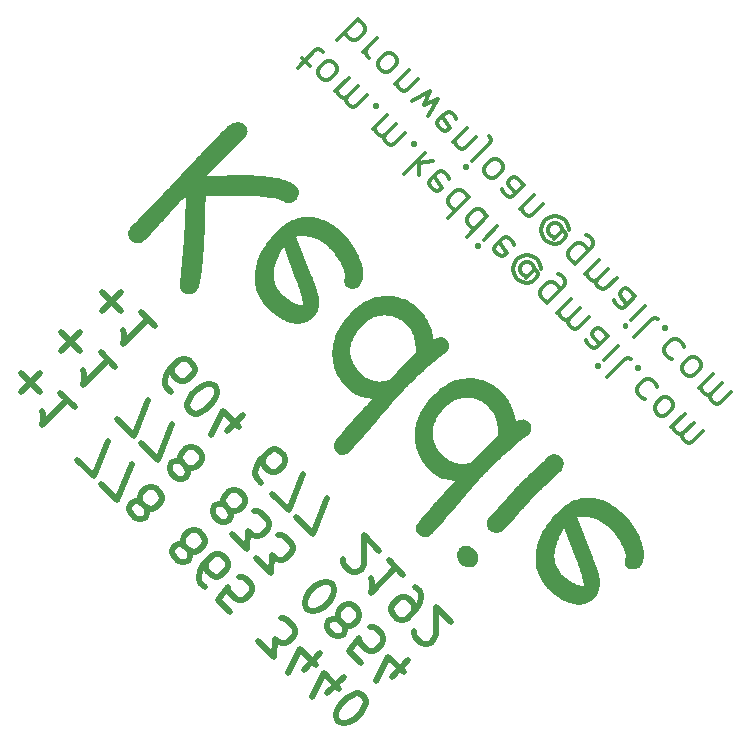
<source format=gbo>
G04 #@! TF.GenerationSoftware,KiCad,Pcbnew,7.0.7*
G04 #@! TF.CreationDate,2023-09-23T15:21:36-07:00*
G04 #@! TF.ProjectId,baggage-label-small,62616767-6167-4652-9d6c-6162656c2d73,rev?*
G04 #@! TF.SameCoordinates,Original*
G04 #@! TF.FileFunction,Legend,Bot*
G04 #@! TF.FilePolarity,Positive*
%FSLAX46Y46*%
G04 Gerber Fmt 4.6, Leading zero omitted, Abs format (unit mm)*
G04 Created by KiCad (PCBNEW 7.0.7) date 2023-09-23 15:21:36*
%MOMM*%
%LPD*%
G01*
G04 APERTURE LIST*
%ADD10C,0.500000*%
%ADD11C,0.150000*%
%ADD12C,0.300000*%
G04 APERTURE END LIST*
D10*
X52895364Y-84416303D02*
X54511608Y-86032547D01*
X54511608Y-84416303D02*
X52895364Y-86032547D01*
X57441050Y-87345746D02*
X56228867Y-86133563D01*
X56834959Y-86739654D02*
X54713639Y-88860974D01*
X54713639Y-88860974D02*
X54814654Y-88355898D01*
X54814654Y-88355898D02*
X54814654Y-87951837D01*
X54814654Y-87951837D02*
X54713639Y-87648791D01*
X57643081Y-91790417D02*
X59057294Y-93204630D01*
X59057294Y-93204630D02*
X60269477Y-90174173D01*
X59663386Y-93810722D02*
X61077600Y-95224935D01*
X61077600Y-95224935D02*
X62289783Y-92194478D01*
X63097905Y-95426966D02*
X62794859Y-95325951D01*
X62794859Y-95325951D02*
X62592828Y-95325951D01*
X62592828Y-95325951D02*
X62289783Y-95426966D01*
X62289783Y-95426966D02*
X62188767Y-95527981D01*
X62188767Y-95527981D02*
X62087752Y-95831027D01*
X62087752Y-95831027D02*
X62087752Y-96033058D01*
X62087752Y-96033058D02*
X62188767Y-96336103D01*
X62188767Y-96336103D02*
X62592828Y-96740164D01*
X62592828Y-96740164D02*
X62895874Y-96841180D01*
X62895874Y-96841180D02*
X63097905Y-96841180D01*
X63097905Y-96841180D02*
X63400951Y-96740164D01*
X63400951Y-96740164D02*
X63501966Y-96639149D01*
X63501966Y-96639149D02*
X63602981Y-96336103D01*
X63602981Y-96336103D02*
X63602981Y-96134073D01*
X63602981Y-96134073D02*
X63501966Y-95831027D01*
X63501966Y-95831027D02*
X63097905Y-95426966D01*
X63097905Y-95426966D02*
X62996890Y-95123920D01*
X62996890Y-95123920D02*
X62996890Y-94921890D01*
X62996890Y-94921890D02*
X63097905Y-94618844D01*
X63097905Y-94618844D02*
X63501966Y-94214783D01*
X63501966Y-94214783D02*
X63805012Y-94113768D01*
X63805012Y-94113768D02*
X64007042Y-94113768D01*
X64007042Y-94113768D02*
X64310088Y-94214783D01*
X64310088Y-94214783D02*
X64714149Y-94618844D01*
X64714149Y-94618844D02*
X64815164Y-94921890D01*
X64815164Y-94921890D02*
X64815164Y-95123920D01*
X64815164Y-95123920D02*
X64714149Y-95426966D01*
X64714149Y-95426966D02*
X64310088Y-95831027D01*
X64310088Y-95831027D02*
X64007042Y-95932042D01*
X64007042Y-95932042D02*
X63805012Y-95932042D01*
X63805012Y-95932042D02*
X63501966Y-95831027D01*
X66734454Y-99063515D02*
X66431408Y-98962500D01*
X66431408Y-98962500D02*
X66229378Y-98962500D01*
X66229378Y-98962500D02*
X65926332Y-99063515D01*
X65926332Y-99063515D02*
X65825317Y-99164530D01*
X65825317Y-99164530D02*
X65724301Y-99467576D01*
X65724301Y-99467576D02*
X65724301Y-99669607D01*
X65724301Y-99669607D02*
X65825317Y-99972652D01*
X65825317Y-99972652D02*
X66229378Y-100376713D01*
X66229378Y-100376713D02*
X66532423Y-100477729D01*
X66532423Y-100477729D02*
X66734454Y-100477729D01*
X66734454Y-100477729D02*
X67037500Y-100376713D01*
X67037500Y-100376713D02*
X67138515Y-100275698D01*
X67138515Y-100275698D02*
X67239530Y-99972652D01*
X67239530Y-99972652D02*
X67239530Y-99770622D01*
X67239530Y-99770622D02*
X67138515Y-99467576D01*
X67138515Y-99467576D02*
X66734454Y-99063515D01*
X66734454Y-99063515D02*
X66633439Y-98760469D01*
X66633439Y-98760469D02*
X66633439Y-98558439D01*
X66633439Y-98558439D02*
X66734454Y-98255393D01*
X66734454Y-98255393D02*
X67138515Y-97851332D01*
X67138515Y-97851332D02*
X67441561Y-97750317D01*
X67441561Y-97750317D02*
X67643591Y-97750317D01*
X67643591Y-97750317D02*
X67946637Y-97851332D01*
X67946637Y-97851332D02*
X68350698Y-98255393D01*
X68350698Y-98255393D02*
X68451713Y-98558439D01*
X68451713Y-98558439D02*
X68451713Y-98760469D01*
X68451713Y-98760469D02*
X68350698Y-99063515D01*
X68350698Y-99063515D02*
X67946637Y-99467576D01*
X67946637Y-99467576D02*
X67643591Y-99568591D01*
X67643591Y-99568591D02*
X67441561Y-99568591D01*
X67441561Y-99568591D02*
X67138515Y-99467576D01*
X68451713Y-102599049D02*
X68047652Y-102194988D01*
X68047652Y-102194988D02*
X67946637Y-101891942D01*
X67946637Y-101891942D02*
X67946637Y-101689912D01*
X67946637Y-101689912D02*
X68047652Y-101184836D01*
X68047652Y-101184836D02*
X68350698Y-100679759D01*
X68350698Y-100679759D02*
X69158820Y-99871637D01*
X69158820Y-99871637D02*
X69461866Y-99770622D01*
X69461866Y-99770622D02*
X69663896Y-99770622D01*
X69663896Y-99770622D02*
X69966942Y-99871637D01*
X69966942Y-99871637D02*
X70371003Y-100275698D01*
X70371003Y-100275698D02*
X70472018Y-100578744D01*
X70472018Y-100578744D02*
X70472018Y-100780775D01*
X70472018Y-100780775D02*
X70371003Y-101083820D01*
X70371003Y-101083820D02*
X69865927Y-101588897D01*
X69865927Y-101588897D02*
X69562881Y-101689912D01*
X69562881Y-101689912D02*
X69360851Y-101689912D01*
X69360851Y-101689912D02*
X69057805Y-101588897D01*
X69057805Y-101588897D02*
X68653744Y-101184836D01*
X68653744Y-101184836D02*
X68552728Y-100881790D01*
X68552728Y-100881790D02*
X68552728Y-100679759D01*
X68552728Y-100679759D02*
X68653744Y-100376713D01*
X70573034Y-104720370D02*
X69562881Y-103710217D01*
X69562881Y-103710217D02*
X70472018Y-102599049D01*
X70472018Y-102599049D02*
X70472018Y-102801080D01*
X70472018Y-102801080D02*
X70573034Y-103104125D01*
X70573034Y-103104125D02*
X71078110Y-103609202D01*
X71078110Y-103609202D02*
X71381156Y-103710217D01*
X71381156Y-103710217D02*
X71583186Y-103710217D01*
X71583186Y-103710217D02*
X71886232Y-103609202D01*
X71886232Y-103609202D02*
X72391308Y-103104125D01*
X72391308Y-103104125D02*
X72492324Y-102801080D01*
X72492324Y-102801080D02*
X72492324Y-102599049D01*
X72492324Y-102599049D02*
X72391308Y-102296003D01*
X72391308Y-102296003D02*
X71886232Y-101790927D01*
X71886232Y-101790927D02*
X71583186Y-101689912D01*
X71583186Y-101689912D02*
X71381156Y-101689912D01*
X72997400Y-107144736D02*
X74310598Y-108457934D01*
X74310598Y-108457934D02*
X74411613Y-106942705D01*
X74411613Y-106942705D02*
X74714659Y-107245751D01*
X74714659Y-107245751D02*
X75017705Y-107346766D01*
X75017705Y-107346766D02*
X75219735Y-107346766D01*
X75219735Y-107346766D02*
X75522781Y-107245751D01*
X75522781Y-107245751D02*
X76027857Y-106740675D01*
X76027857Y-106740675D02*
X76128873Y-106437629D01*
X76128873Y-106437629D02*
X76128873Y-106235598D01*
X76128873Y-106235598D02*
X76027857Y-105932552D01*
X76027857Y-105932552D02*
X75421766Y-105326461D01*
X75421766Y-105326461D02*
X75118720Y-105225446D01*
X75118720Y-105225446D02*
X74916690Y-105225446D01*
X76835979Y-109569102D02*
X78250193Y-108154888D01*
X75522781Y-109872148D02*
X76532934Y-107851842D01*
X76532934Y-107851842D02*
X77846132Y-109165041D01*
X78856285Y-111589407D02*
X80270498Y-110175193D01*
X77543086Y-111892453D02*
X78553239Y-109872148D01*
X78553239Y-109872148D02*
X79866437Y-111185346D01*
X79664407Y-113811743D02*
X79866437Y-114013773D01*
X79866437Y-114013773D02*
X80169483Y-114114788D01*
X80169483Y-114114788D02*
X80371514Y-114114788D01*
X80371514Y-114114788D02*
X80674559Y-114013773D01*
X80674559Y-114013773D02*
X81179636Y-113710727D01*
X81179636Y-113710727D02*
X81684712Y-113205651D01*
X81684712Y-113205651D02*
X81987758Y-112700575D01*
X81987758Y-112700575D02*
X82088773Y-112397529D01*
X82088773Y-112397529D02*
X82088773Y-112195499D01*
X82088773Y-112195499D02*
X81987758Y-111892453D01*
X81987758Y-111892453D02*
X81785727Y-111690422D01*
X81785727Y-111690422D02*
X81482681Y-111589407D01*
X81482681Y-111589407D02*
X81280651Y-111589407D01*
X81280651Y-111589407D02*
X80977605Y-111690422D01*
X80977605Y-111690422D02*
X80472529Y-111993468D01*
X80472529Y-111993468D02*
X79967453Y-112498544D01*
X79967453Y-112498544D02*
X79664407Y-113003621D01*
X79664407Y-113003621D02*
X79563392Y-113306666D01*
X79563392Y-113306666D02*
X79563392Y-113508697D01*
X79563392Y-113508697D02*
X79664407Y-113811743D01*
X56310690Y-81000977D02*
X57926934Y-82617221D01*
X57926934Y-81000977D02*
X56310690Y-82617221D01*
X60856376Y-83930420D02*
X59644193Y-82718237D01*
X60250285Y-83324328D02*
X58128965Y-85445648D01*
X58128965Y-85445648D02*
X58229980Y-84940572D01*
X58229980Y-84940572D02*
X58229980Y-84536511D01*
X58229980Y-84536511D02*
X58128965Y-84233465D01*
X61058407Y-88375091D02*
X62472620Y-89789304D01*
X62472620Y-89789304D02*
X63684803Y-86758847D01*
X63078712Y-90395396D02*
X64492926Y-91809609D01*
X64492926Y-91809609D02*
X65705109Y-88779152D01*
X66513231Y-92011640D02*
X66210185Y-91910625D01*
X66210185Y-91910625D02*
X66008154Y-91910625D01*
X66008154Y-91910625D02*
X65705109Y-92011640D01*
X65705109Y-92011640D02*
X65604093Y-92112655D01*
X65604093Y-92112655D02*
X65503078Y-92415701D01*
X65503078Y-92415701D02*
X65503078Y-92617732D01*
X65503078Y-92617732D02*
X65604093Y-92920777D01*
X65604093Y-92920777D02*
X66008154Y-93324838D01*
X66008154Y-93324838D02*
X66311200Y-93425854D01*
X66311200Y-93425854D02*
X66513231Y-93425854D01*
X66513231Y-93425854D02*
X66816277Y-93324838D01*
X66816277Y-93324838D02*
X66917292Y-93223823D01*
X66917292Y-93223823D02*
X67018307Y-92920777D01*
X67018307Y-92920777D02*
X67018307Y-92718747D01*
X67018307Y-92718747D02*
X66917292Y-92415701D01*
X66917292Y-92415701D02*
X66513231Y-92011640D01*
X66513231Y-92011640D02*
X66412216Y-91708594D01*
X66412216Y-91708594D02*
X66412216Y-91506564D01*
X66412216Y-91506564D02*
X66513231Y-91203518D01*
X66513231Y-91203518D02*
X66917292Y-90799457D01*
X66917292Y-90799457D02*
X67220338Y-90698442D01*
X67220338Y-90698442D02*
X67422368Y-90698442D01*
X67422368Y-90698442D02*
X67725414Y-90799457D01*
X67725414Y-90799457D02*
X68129475Y-91203518D01*
X68129475Y-91203518D02*
X68230490Y-91506564D01*
X68230490Y-91506564D02*
X68230490Y-91708594D01*
X68230490Y-91708594D02*
X68129475Y-92011640D01*
X68129475Y-92011640D02*
X67725414Y-92415701D01*
X67725414Y-92415701D02*
X67422368Y-92516716D01*
X67422368Y-92516716D02*
X67220338Y-92516716D01*
X67220338Y-92516716D02*
X66917292Y-92415701D01*
X70149780Y-95648189D02*
X69846734Y-95547174D01*
X69846734Y-95547174D02*
X69644704Y-95547174D01*
X69644704Y-95547174D02*
X69341658Y-95648189D01*
X69341658Y-95648189D02*
X69240643Y-95749204D01*
X69240643Y-95749204D02*
X69139627Y-96052250D01*
X69139627Y-96052250D02*
X69139627Y-96254281D01*
X69139627Y-96254281D02*
X69240643Y-96557326D01*
X69240643Y-96557326D02*
X69644704Y-96961387D01*
X69644704Y-96961387D02*
X69947749Y-97062403D01*
X69947749Y-97062403D02*
X70149780Y-97062403D01*
X70149780Y-97062403D02*
X70452826Y-96961387D01*
X70452826Y-96961387D02*
X70553841Y-96860372D01*
X70553841Y-96860372D02*
X70654856Y-96557326D01*
X70654856Y-96557326D02*
X70654856Y-96355296D01*
X70654856Y-96355296D02*
X70553841Y-96052250D01*
X70553841Y-96052250D02*
X70149780Y-95648189D01*
X70149780Y-95648189D02*
X70048765Y-95345143D01*
X70048765Y-95345143D02*
X70048765Y-95143113D01*
X70048765Y-95143113D02*
X70149780Y-94840067D01*
X70149780Y-94840067D02*
X70553841Y-94436006D01*
X70553841Y-94436006D02*
X70856887Y-94334991D01*
X70856887Y-94334991D02*
X71058917Y-94334991D01*
X71058917Y-94334991D02*
X71361963Y-94436006D01*
X71361963Y-94436006D02*
X71766024Y-94840067D01*
X71766024Y-94840067D02*
X71867039Y-95143113D01*
X71867039Y-95143113D02*
X71867039Y-95345143D01*
X71867039Y-95345143D02*
X71766024Y-95648189D01*
X71766024Y-95648189D02*
X71361963Y-96052250D01*
X71361963Y-96052250D02*
X71058917Y-96153265D01*
X71058917Y-96153265D02*
X70856887Y-96153265D01*
X70856887Y-96153265D02*
X70553841Y-96052250D01*
X70755871Y-98072555D02*
X72069070Y-99385754D01*
X72069070Y-99385754D02*
X72170085Y-97870525D01*
X72170085Y-97870525D02*
X72473131Y-98173571D01*
X72473131Y-98173571D02*
X72776177Y-98274586D01*
X72776177Y-98274586D02*
X72978207Y-98274586D01*
X72978207Y-98274586D02*
X73281253Y-98173571D01*
X73281253Y-98173571D02*
X73786329Y-97668494D01*
X73786329Y-97668494D02*
X73887344Y-97365449D01*
X73887344Y-97365449D02*
X73887344Y-97163418D01*
X73887344Y-97163418D02*
X73786329Y-96860372D01*
X73786329Y-96860372D02*
X73180238Y-96254281D01*
X73180238Y-96254281D02*
X72877192Y-96153265D01*
X72877192Y-96153265D02*
X72675161Y-96153265D01*
X72776177Y-100092860D02*
X74089375Y-101406059D01*
X74089375Y-101406059D02*
X74190390Y-99890830D01*
X74190390Y-99890830D02*
X74493436Y-100193876D01*
X74493436Y-100193876D02*
X74796482Y-100294891D01*
X74796482Y-100294891D02*
X74998512Y-100294891D01*
X74998512Y-100294891D02*
X75301558Y-100193876D01*
X75301558Y-100193876D02*
X75806634Y-99688799D01*
X75806634Y-99688799D02*
X75907650Y-99385754D01*
X75907650Y-99385754D02*
X75907650Y-99183723D01*
X75907650Y-99183723D02*
X75806634Y-98880677D01*
X75806634Y-98880677D02*
X75200543Y-98274586D01*
X75200543Y-98274586D02*
X74897497Y-98173571D01*
X74897497Y-98173571D02*
X74695466Y-98173571D01*
X77018817Y-104335501D02*
X77220848Y-104537532D01*
X77220848Y-104537532D02*
X77523893Y-104638547D01*
X77523893Y-104638547D02*
X77725924Y-104638547D01*
X77725924Y-104638547D02*
X78028970Y-104537532D01*
X78028970Y-104537532D02*
X78534046Y-104234486D01*
X78534046Y-104234486D02*
X79039122Y-103729410D01*
X79039122Y-103729410D02*
X79342168Y-103224333D01*
X79342168Y-103224333D02*
X79443183Y-102921288D01*
X79443183Y-102921288D02*
X79443183Y-102719257D01*
X79443183Y-102719257D02*
X79342168Y-102416211D01*
X79342168Y-102416211D02*
X79140138Y-102214181D01*
X79140138Y-102214181D02*
X78837092Y-102113165D01*
X78837092Y-102113165D02*
X78635061Y-102113165D01*
X78635061Y-102113165D02*
X78332016Y-102214181D01*
X78332016Y-102214181D02*
X77826939Y-102517226D01*
X77826939Y-102517226D02*
X77321863Y-103022303D01*
X77321863Y-103022303D02*
X77018817Y-103527379D01*
X77018817Y-103527379D02*
X76917802Y-103830425D01*
X76917802Y-103830425D02*
X76917802Y-104032455D01*
X76917802Y-104032455D02*
X77018817Y-104335501D01*
X79847244Y-105345654D02*
X79544199Y-105244638D01*
X79544199Y-105244638D02*
X79342168Y-105244638D01*
X79342168Y-105244638D02*
X79039122Y-105345654D01*
X79039122Y-105345654D02*
X78938107Y-105446669D01*
X78938107Y-105446669D02*
X78837092Y-105749715D01*
X78837092Y-105749715D02*
X78837092Y-105951745D01*
X78837092Y-105951745D02*
X78938107Y-106254791D01*
X78938107Y-106254791D02*
X79342168Y-106658852D01*
X79342168Y-106658852D02*
X79645214Y-106759867D01*
X79645214Y-106759867D02*
X79847244Y-106759867D01*
X79847244Y-106759867D02*
X80150290Y-106658852D01*
X80150290Y-106658852D02*
X80251305Y-106557837D01*
X80251305Y-106557837D02*
X80352321Y-106254791D01*
X80352321Y-106254791D02*
X80352321Y-106052760D01*
X80352321Y-106052760D02*
X80251305Y-105749715D01*
X80251305Y-105749715D02*
X79847244Y-105345654D01*
X79847244Y-105345654D02*
X79746229Y-105042608D01*
X79746229Y-105042608D02*
X79746229Y-104840577D01*
X79746229Y-104840577D02*
X79847244Y-104537532D01*
X79847244Y-104537532D02*
X80251305Y-104133471D01*
X80251305Y-104133471D02*
X80554351Y-104032455D01*
X80554351Y-104032455D02*
X80756382Y-104032455D01*
X80756382Y-104032455D02*
X81059427Y-104133471D01*
X81059427Y-104133471D02*
X81463489Y-104537532D01*
X81463489Y-104537532D02*
X81564504Y-104840577D01*
X81564504Y-104840577D02*
X81564504Y-105042608D01*
X81564504Y-105042608D02*
X81463489Y-105345654D01*
X81463489Y-105345654D02*
X81059427Y-105749715D01*
X81059427Y-105749715D02*
X80756382Y-105850730D01*
X80756382Y-105850730D02*
X80554351Y-105850730D01*
X80554351Y-105850730D02*
X80251305Y-105749715D01*
X81665519Y-108982203D02*
X80655367Y-107972050D01*
X80655367Y-107972050D02*
X81564504Y-106860883D01*
X81564504Y-106860883D02*
X81564504Y-107062913D01*
X81564504Y-107062913D02*
X81665519Y-107365959D01*
X81665519Y-107365959D02*
X82170595Y-107871035D01*
X82170595Y-107871035D02*
X82473641Y-107972050D01*
X82473641Y-107972050D02*
X82675672Y-107972050D01*
X82675672Y-107972050D02*
X82978717Y-107871035D01*
X82978717Y-107871035D02*
X83483794Y-107365959D01*
X83483794Y-107365959D02*
X83584809Y-107062913D01*
X83584809Y-107062913D02*
X83584809Y-106860883D01*
X83584809Y-106860883D02*
X83483794Y-106557837D01*
X83483794Y-106557837D02*
X82978717Y-106052761D01*
X82978717Y-106052761D02*
X82675672Y-105951745D01*
X82675672Y-105951745D02*
X82473641Y-105951745D01*
X84291916Y-110194386D02*
X85706129Y-108780173D01*
X82978718Y-110497432D02*
X83988870Y-108477127D01*
X83988870Y-108477127D02*
X85302068Y-109790325D01*
X59726016Y-77585651D02*
X61342260Y-79201895D01*
X61342260Y-77585651D02*
X59726016Y-79201895D01*
X64271702Y-80515094D02*
X63059519Y-79302911D01*
X63665611Y-79909002D02*
X61544291Y-82030322D01*
X61544291Y-82030322D02*
X61645306Y-81525246D01*
X61645306Y-81525246D02*
X61645306Y-81121185D01*
X61645306Y-81121185D02*
X61544291Y-80818139D01*
X65584901Y-86070932D02*
X65180840Y-85666871D01*
X65180840Y-85666871D02*
X65079824Y-85363826D01*
X65079824Y-85363826D02*
X65079824Y-85161795D01*
X65079824Y-85161795D02*
X65180840Y-84656719D01*
X65180840Y-84656719D02*
X65483885Y-84151643D01*
X65483885Y-84151643D02*
X66292007Y-83343521D01*
X66292007Y-83343521D02*
X66595053Y-83242505D01*
X66595053Y-83242505D02*
X66797084Y-83242505D01*
X66797084Y-83242505D02*
X67100129Y-83343521D01*
X67100129Y-83343521D02*
X67504190Y-83747582D01*
X67504190Y-83747582D02*
X67605206Y-84050627D01*
X67605206Y-84050627D02*
X67605206Y-84252658D01*
X67605206Y-84252658D02*
X67504190Y-84555704D01*
X67504190Y-84555704D02*
X66999114Y-85060780D01*
X66999114Y-85060780D02*
X66696068Y-85161795D01*
X66696068Y-85161795D02*
X66494038Y-85161795D01*
X66494038Y-85161795D02*
X66190992Y-85060780D01*
X66190992Y-85060780D02*
X65786931Y-84656719D01*
X65786931Y-84656719D02*
X65685916Y-84353673D01*
X65685916Y-84353673D02*
X65685916Y-84151643D01*
X65685916Y-84151643D02*
X65786931Y-83848597D01*
X67100130Y-87586161D02*
X67302160Y-87788192D01*
X67302160Y-87788192D02*
X67605206Y-87889207D01*
X67605206Y-87889207D02*
X67807236Y-87889207D01*
X67807236Y-87889207D02*
X68110282Y-87788192D01*
X68110282Y-87788192D02*
X68615358Y-87485146D01*
X68615358Y-87485146D02*
X69120435Y-86980070D01*
X69120435Y-86980070D02*
X69423480Y-86474994D01*
X69423480Y-86474994D02*
X69524496Y-86171948D01*
X69524496Y-86171948D02*
X69524496Y-85969917D01*
X69524496Y-85969917D02*
X69423480Y-85666872D01*
X69423480Y-85666872D02*
X69221450Y-85464841D01*
X69221450Y-85464841D02*
X68918404Y-85363826D01*
X68918404Y-85363826D02*
X68716374Y-85363826D01*
X68716374Y-85363826D02*
X68413328Y-85464841D01*
X68413328Y-85464841D02*
X67908252Y-85767887D01*
X67908252Y-85767887D02*
X67403175Y-86272963D01*
X67403175Y-86272963D02*
X67100130Y-86778039D01*
X67100130Y-86778039D02*
X66999114Y-87081085D01*
X66999114Y-87081085D02*
X66999114Y-87283116D01*
X66999114Y-87283116D02*
X67100130Y-87586161D01*
X70332618Y-89404436D02*
X71746831Y-87990222D01*
X69019419Y-89707482D02*
X70029572Y-87687177D01*
X70029572Y-87687177D02*
X71342770Y-89000375D01*
X73262060Y-93748092D02*
X72857999Y-93344031D01*
X72857999Y-93344031D02*
X72756984Y-93040985D01*
X72756984Y-93040985D02*
X72756984Y-92838955D01*
X72756984Y-92838955D02*
X72857999Y-92333878D01*
X72857999Y-92333878D02*
X73161045Y-91828802D01*
X73161045Y-91828802D02*
X73969167Y-91020680D01*
X73969167Y-91020680D02*
X74272213Y-90919665D01*
X74272213Y-90919665D02*
X74474243Y-90919665D01*
X74474243Y-90919665D02*
X74777289Y-91020680D01*
X74777289Y-91020680D02*
X75181350Y-91424741D01*
X75181350Y-91424741D02*
X75282365Y-91727787D01*
X75282365Y-91727787D02*
X75282365Y-91929817D01*
X75282365Y-91929817D02*
X75181350Y-92232863D01*
X75181350Y-92232863D02*
X74676274Y-92737939D01*
X74676274Y-92737939D02*
X74373228Y-92838955D01*
X74373228Y-92838955D02*
X74171197Y-92838955D01*
X74171197Y-92838955D02*
X73868152Y-92737939D01*
X73868152Y-92737939D02*
X73464091Y-92333878D01*
X73464091Y-92333878D02*
X73363075Y-92030833D01*
X73363075Y-92030833D02*
X73363075Y-91828802D01*
X73363075Y-91828802D02*
X73464091Y-91525756D01*
X74171197Y-94657229D02*
X75585411Y-96071443D01*
X75585411Y-96071443D02*
X76797594Y-93040985D01*
X76191503Y-96677534D02*
X77605716Y-98091748D01*
X77605716Y-98091748D02*
X78817899Y-95061290D01*
X80131097Y-100213068D02*
X80131097Y-100415099D01*
X80131097Y-100415099D02*
X80232113Y-100718145D01*
X80232113Y-100718145D02*
X80737189Y-101223221D01*
X80737189Y-101223221D02*
X81040235Y-101324236D01*
X81040235Y-101324236D02*
X81242265Y-101324236D01*
X81242265Y-101324236D02*
X81545311Y-101223221D01*
X81545311Y-101223221D02*
X81747342Y-101021190D01*
X81747342Y-101021190D02*
X81949372Y-100617129D01*
X81949372Y-100617129D02*
X81949372Y-98192763D01*
X81949372Y-98192763D02*
X83262570Y-99505962D01*
X85282876Y-101526267D02*
X84070692Y-100314084D01*
X84676784Y-100920175D02*
X82555464Y-103041496D01*
X82555464Y-103041496D02*
X82656479Y-102536419D01*
X82656479Y-102536419D02*
X82656479Y-102132358D01*
X82656479Y-102132358D02*
X82555464Y-101829312D01*
X86293028Y-102536419D02*
X86697089Y-102940480D01*
X86697089Y-102940480D02*
X86798104Y-103243526D01*
X86798104Y-103243526D02*
X86798104Y-103445557D01*
X86798104Y-103445557D02*
X86697089Y-103950633D01*
X86697089Y-103950633D02*
X86394043Y-104455709D01*
X86394043Y-104455709D02*
X85585921Y-105263831D01*
X85585921Y-105263831D02*
X85282876Y-105364846D01*
X85282876Y-105364846D02*
X85080845Y-105364846D01*
X85080845Y-105364846D02*
X84777799Y-105263831D01*
X84777799Y-105263831D02*
X84373738Y-104859770D01*
X84373738Y-104859770D02*
X84272723Y-104556724D01*
X84272723Y-104556724D02*
X84272723Y-104354694D01*
X84272723Y-104354694D02*
X84373738Y-104051648D01*
X84373738Y-104051648D02*
X84878815Y-103546572D01*
X84878815Y-103546572D02*
X85181860Y-103445557D01*
X85181860Y-103445557D02*
X85383891Y-103445557D01*
X85383891Y-103445557D02*
X85686937Y-103546572D01*
X85686937Y-103546572D02*
X86090998Y-103950633D01*
X86090998Y-103950633D02*
X86192013Y-104253679D01*
X86192013Y-104253679D02*
X86192013Y-104455709D01*
X86192013Y-104455709D02*
X86090998Y-104758755D01*
X86192013Y-106273984D02*
X86192013Y-106476014D01*
X86192013Y-106476014D02*
X86293028Y-106779060D01*
X86293028Y-106779060D02*
X86798105Y-107284136D01*
X86798105Y-107284136D02*
X87101150Y-107385152D01*
X87101150Y-107385152D02*
X87303181Y-107385152D01*
X87303181Y-107385152D02*
X87606227Y-107284136D01*
X87606227Y-107284136D02*
X87808257Y-107082106D01*
X87808257Y-107082106D02*
X88010288Y-106678045D01*
X88010288Y-106678045D02*
X88010288Y-104253679D01*
X88010288Y-104253679D02*
X89323486Y-105566877D01*
D11*
G36*
X76239404Y-68666068D02*
G01*
X76119427Y-68558429D01*
X75981252Y-68457267D01*
X75824878Y-68362581D01*
X75650304Y-68274372D01*
X75457532Y-68192639D01*
X75246562Y-68117382D01*
X75134252Y-68082182D01*
X75017392Y-68048602D01*
X74895982Y-68016641D01*
X74770023Y-67986298D01*
X74639514Y-67957575D01*
X74504456Y-67930471D01*
X74364847Y-67904986D01*
X74220689Y-67881120D01*
X74071982Y-67858874D01*
X73918724Y-67838246D01*
X73760917Y-67819238D01*
X73598560Y-67801849D01*
X73431653Y-67786078D01*
X73260197Y-67771927D01*
X73084191Y-67759395D01*
X72903635Y-67748482D01*
X72718530Y-67739189D01*
X72528874Y-67731514D01*
X72334669Y-67725459D01*
X72135915Y-67721022D01*
X68610644Y-67760399D01*
X68693543Y-67677500D01*
X71779450Y-64579159D01*
X71879432Y-64470251D01*
X71960216Y-64362691D01*
X72021801Y-64256479D01*
X72074050Y-64116960D01*
X72092168Y-63979837D01*
X72076155Y-63845110D01*
X72026011Y-63712780D01*
X71941736Y-63582845D01*
X71856131Y-63486967D01*
X71748612Y-63393818D01*
X71633300Y-63321615D01*
X71510197Y-63270360D01*
X71379302Y-63240052D01*
X71240614Y-63230692D01*
X71094135Y-63242278D01*
X71033361Y-63252778D01*
X70909408Y-63282398D01*
X70791425Y-63322036D01*
X70679412Y-63371692D01*
X70573370Y-63431367D01*
X70473298Y-63501060D01*
X70379197Y-63580771D01*
X70343229Y-63615461D01*
X70255705Y-63703142D01*
X70165668Y-63793652D01*
X70073118Y-63886993D01*
X69978053Y-63983162D01*
X69880475Y-64082161D01*
X69780383Y-64183989D01*
X69677778Y-64288647D01*
X69572659Y-64396134D01*
X69465026Y-64506450D01*
X69354880Y-64619596D01*
X69242219Y-64735572D01*
X69127046Y-64854376D01*
X69009358Y-64976010D01*
X68889157Y-65100474D01*
X68766442Y-65227767D01*
X68641213Y-65357889D01*
X68513471Y-65490841D01*
X68383215Y-65626622D01*
X68250446Y-65765233D01*
X68115162Y-65906673D01*
X67977365Y-66050942D01*
X67837055Y-66198041D01*
X67694231Y-66347969D01*
X67548893Y-66500726D01*
X67401041Y-66656313D01*
X67250676Y-66814730D01*
X67097797Y-66975976D01*
X66942404Y-67140051D01*
X66784497Y-67306955D01*
X66624077Y-67476689D01*
X66461144Y-67649253D01*
X66295696Y-67824646D01*
X66130253Y-68000289D01*
X65967331Y-68173088D01*
X65806932Y-68343040D01*
X65649053Y-68510147D01*
X65493697Y-68674409D01*
X65340863Y-68835824D01*
X65190550Y-68994395D01*
X65042759Y-69150119D01*
X64897490Y-69302998D01*
X64754743Y-69453032D01*
X64614517Y-69600220D01*
X64476813Y-69744562D01*
X64341631Y-69886058D01*
X64208971Y-70024709D01*
X64078832Y-70160515D01*
X63951215Y-70293475D01*
X63826120Y-70423589D01*
X63703547Y-70550858D01*
X63583496Y-70675281D01*
X63465966Y-70796858D01*
X63350958Y-70915590D01*
X63238472Y-71031476D01*
X63128508Y-71144517D01*
X63021065Y-71254712D01*
X62916144Y-71362061D01*
X62813745Y-71466565D01*
X62713868Y-71568223D01*
X62616513Y-71667036D01*
X62521679Y-71763003D01*
X62429367Y-71856125D01*
X62339577Y-71946401D01*
X62252309Y-72033831D01*
X62166018Y-72131779D01*
X62096776Y-72235994D01*
X62044584Y-72346474D01*
X62009441Y-72463221D01*
X61991348Y-72586233D01*
X61989105Y-72628629D01*
X61993477Y-72754143D01*
X62015918Y-72872663D01*
X62056428Y-72984187D01*
X62115008Y-73088718D01*
X62191657Y-73186253D01*
X62221222Y-73217211D01*
X62318539Y-73301996D01*
X62422413Y-73368274D01*
X62532845Y-73416046D01*
X62649834Y-73445312D01*
X62773381Y-73456071D01*
X62816020Y-73455545D01*
X62941121Y-73443134D01*
X63059956Y-73413674D01*
X63172526Y-73367165D01*
X63278829Y-73303607D01*
X63378866Y-73222999D01*
X63410819Y-73192341D01*
X63523078Y-73078880D01*
X63645356Y-72952995D01*
X63732440Y-72862171D01*
X63823977Y-72765825D01*
X63919966Y-72663959D01*
X64020408Y-72556571D01*
X64125303Y-72443662D01*
X64234650Y-72325231D01*
X64348449Y-72201280D01*
X64466702Y-72071807D01*
X64589406Y-71936813D01*
X64716564Y-71796298D01*
X64848174Y-71650262D01*
X64984236Y-71498705D01*
X65124751Y-71341626D01*
X65260206Y-71189154D01*
X65391970Y-71041571D01*
X65520042Y-70898879D01*
X65644423Y-70761076D01*
X65765112Y-70628162D01*
X65882109Y-70500139D01*
X65995415Y-70377005D01*
X66105029Y-70258761D01*
X66210952Y-70145407D01*
X66313183Y-70036942D01*
X66411722Y-69933367D01*
X66506570Y-69834682D01*
X66597726Y-69740886D01*
X66685191Y-69651981D01*
X66768964Y-69567965D01*
X66849046Y-69488839D01*
X66849863Y-69684938D01*
X66849207Y-69885684D01*
X66847078Y-70091077D01*
X66843476Y-70301117D01*
X66838400Y-70515804D01*
X66831851Y-70735137D01*
X66823828Y-70959118D01*
X66814332Y-71187745D01*
X66803362Y-71421019D01*
X66797325Y-71539399D01*
X66790919Y-71658941D01*
X66784145Y-71779644D01*
X66777003Y-71901508D01*
X66769492Y-72024535D01*
X66761613Y-72148723D01*
X66753366Y-72274073D01*
X66744750Y-72400585D01*
X66735766Y-72528258D01*
X66726414Y-72657094D01*
X66716693Y-72787090D01*
X66706604Y-72918249D01*
X66696146Y-73050569D01*
X66685320Y-73184051D01*
X66345436Y-76868902D01*
X66340659Y-77000252D01*
X66349645Y-77122293D01*
X66378595Y-77256453D01*
X66427363Y-77377207D01*
X66495949Y-77484555D01*
X66552682Y-77548672D01*
X66644244Y-77627555D01*
X66744839Y-77690118D01*
X66854470Y-77736360D01*
X66973135Y-77766281D01*
X67100834Y-77779881D01*
X67145409Y-77780788D01*
X67277771Y-77772385D01*
X67402848Y-77745621D01*
X67520639Y-77700496D01*
X67631144Y-77637011D01*
X67734362Y-77555164D01*
X67767149Y-77523802D01*
X67840174Y-77424329D01*
X67910028Y-77275130D01*
X67954837Y-77148037D01*
X67998238Y-76998844D01*
X68040230Y-76827549D01*
X68080813Y-76634154D01*
X68119987Y-76418658D01*
X68139046Y-76302622D01*
X68157753Y-76181060D01*
X68176108Y-76053974D01*
X68194111Y-75921362D01*
X68211761Y-75783225D01*
X68229059Y-75639563D01*
X68246005Y-75490376D01*
X68262599Y-75335663D01*
X68278841Y-75175425D01*
X68294731Y-75009662D01*
X68310268Y-74838374D01*
X68325453Y-74661560D01*
X68340286Y-74479221D01*
X68354767Y-74291357D01*
X68368896Y-74097968D01*
X68382673Y-73899053D01*
X68390979Y-73760825D01*
X68399058Y-73622557D01*
X68406911Y-73484248D01*
X68414537Y-73345898D01*
X68421936Y-73207508D01*
X68429109Y-73069078D01*
X68436055Y-72930607D01*
X68442774Y-72792095D01*
X68449267Y-72653544D01*
X68455533Y-72514951D01*
X68461572Y-72376318D01*
X68467385Y-72237645D01*
X68472971Y-72098931D01*
X68478330Y-71960177D01*
X68483463Y-71821382D01*
X68488369Y-71682547D01*
X68493048Y-71543672D01*
X68497501Y-71404755D01*
X68501726Y-71265799D01*
X68505726Y-71126802D01*
X68509498Y-70987764D01*
X68513044Y-70848686D01*
X68516363Y-70709567D01*
X68519456Y-70570408D01*
X68522322Y-70431209D01*
X68524961Y-70291969D01*
X68527373Y-70152688D01*
X68529559Y-70013368D01*
X68531518Y-69874006D01*
X68533251Y-69734604D01*
X68534756Y-69595162D01*
X68536036Y-69455679D01*
X68722485Y-69450538D01*
X68920187Y-69446515D01*
X69129142Y-69443608D01*
X69349350Y-69441819D01*
X69580811Y-69441147D01*
X69700761Y-69441230D01*
X69823525Y-69441593D01*
X69949101Y-69442234D01*
X70077491Y-69443155D01*
X70208694Y-69444355D01*
X70342711Y-69445835D01*
X70479540Y-69447594D01*
X70619183Y-69449632D01*
X70761639Y-69451949D01*
X70906908Y-69454546D01*
X71054990Y-69457422D01*
X71205886Y-69460577D01*
X71359595Y-69464011D01*
X71516117Y-69467725D01*
X71675452Y-69471718D01*
X71837601Y-69475991D01*
X72002562Y-69480543D01*
X72170337Y-69485374D01*
X72340925Y-69490484D01*
X72514327Y-69495874D01*
X72690541Y-69501543D01*
X72869569Y-69507491D01*
X74001137Y-69598679D01*
X74148120Y-69619177D01*
X74292708Y-69645439D01*
X74434898Y-69677466D01*
X74574693Y-69715256D01*
X74712091Y-69758810D01*
X74847093Y-69808128D01*
X74979699Y-69863211D01*
X75109908Y-69924057D01*
X75223327Y-69975084D01*
X75369566Y-70022945D01*
X75510105Y-70047749D01*
X75644945Y-70049498D01*
X75774086Y-70028191D01*
X75897527Y-69983827D01*
X76015270Y-69916407D01*
X76127312Y-69825931D01*
X76154433Y-69799709D01*
X76235739Y-69706701D01*
X76303756Y-69603577D01*
X76358484Y-69490338D01*
X76399923Y-69366984D01*
X76417636Y-69291954D01*
X76433471Y-69155657D01*
X76426574Y-69028103D01*
X76396944Y-68909292D01*
X76344582Y-68799224D01*
X76269487Y-68697900D01*
X76239404Y-68666068D01*
G37*
G36*
X77310514Y-71242212D02*
G01*
X77511900Y-71256655D01*
X77695735Y-71280877D01*
X77878339Y-71314166D01*
X78059712Y-71356522D01*
X78239855Y-71407945D01*
X78418767Y-71468435D01*
X78596449Y-71537993D01*
X78772900Y-71616617D01*
X78948121Y-71704308D01*
X79122112Y-71801067D01*
X79294871Y-71906892D01*
X79466400Y-72021785D01*
X79636699Y-72145744D01*
X79805767Y-72278771D01*
X79973605Y-72420864D01*
X80140212Y-72572025D01*
X80305589Y-72732253D01*
X80409593Y-72839511D01*
X80510731Y-72950413D01*
X80609003Y-73064957D01*
X80704409Y-73183145D01*
X80796950Y-73304975D01*
X80886625Y-73430448D01*
X80973434Y-73559565D01*
X81057377Y-73692324D01*
X81138454Y-73828727D01*
X81216666Y-73968772D01*
X81292011Y-74112461D01*
X81364491Y-74259792D01*
X81434105Y-74410767D01*
X81500853Y-74565384D01*
X81564735Y-74723645D01*
X81625752Y-74885549D01*
X81690111Y-75073657D01*
X81744854Y-75255096D01*
X81789979Y-75429863D01*
X81825486Y-75597960D01*
X81851375Y-75759386D01*
X81867648Y-75914141D01*
X81874302Y-76062225D01*
X81871339Y-76203639D01*
X81858759Y-76338382D01*
X81836561Y-76466454D01*
X81804745Y-76587855D01*
X81763312Y-76702586D01*
X81712261Y-76810646D01*
X81651593Y-76912035D01*
X81581307Y-77006753D01*
X81501403Y-77094801D01*
X81431417Y-77156894D01*
X81324596Y-77226144D01*
X81207461Y-77274766D01*
X81080012Y-77302760D01*
X80962561Y-77310338D01*
X80884099Y-77307650D01*
X80755673Y-77287518D01*
X80638552Y-77247751D01*
X80532737Y-77188347D01*
X80438227Y-77109308D01*
X80364322Y-77014274D01*
X80313587Y-76900151D01*
X80286022Y-76766938D01*
X80280749Y-76641345D01*
X80291567Y-76502496D01*
X80311806Y-76381871D01*
X80322136Y-76318483D01*
X80328612Y-76182866D01*
X80316178Y-76035461D01*
X80294441Y-75917173D01*
X80262067Y-75792254D01*
X80219055Y-75660705D01*
X80165406Y-75522525D01*
X80101118Y-75377715D01*
X80026194Y-75226275D01*
X79970334Y-75121632D01*
X79909747Y-75014042D01*
X79835102Y-74887544D01*
X79760383Y-74766074D01*
X79685592Y-74649631D01*
X79610729Y-74538216D01*
X79535792Y-74431828D01*
X79460782Y-74330467D01*
X79385700Y-74234133D01*
X79310544Y-74142827D01*
X79210224Y-74028906D01*
X79109774Y-73923923D01*
X79028656Y-73844635D01*
X78905887Y-73731471D01*
X78781806Y-73625228D01*
X78656413Y-73525907D01*
X78529709Y-73433509D01*
X78401694Y-73348031D01*
X78272367Y-73269476D01*
X78141728Y-73197842D01*
X78009778Y-73133130D01*
X77876517Y-73075340D01*
X77741944Y-73024471D01*
X77651516Y-72994890D01*
X77514843Y-72956165D01*
X77376930Y-72924215D01*
X77237780Y-72899042D01*
X77097390Y-72880645D01*
X76955762Y-72869024D01*
X76812895Y-72864179D01*
X76668790Y-72866109D01*
X76523446Y-72874816D01*
X76376863Y-72890299D01*
X76229042Y-72912558D01*
X77476668Y-76116595D01*
X77541789Y-76282619D01*
X77603477Y-76441843D01*
X77661733Y-76594267D01*
X77716556Y-76739890D01*
X77767947Y-76878713D01*
X77815905Y-77010736D01*
X77860431Y-77135959D01*
X77901524Y-77254381D01*
X77956728Y-77419264D01*
X78004209Y-77568846D01*
X78043966Y-77703127D01*
X78076000Y-77822108D01*
X78106699Y-77956948D01*
X78116960Y-78027780D01*
X78132989Y-78166215D01*
X78143028Y-78300342D01*
X78147075Y-78430163D01*
X78145132Y-78555677D01*
X78137199Y-78676884D01*
X78114066Y-78850619D01*
X78077453Y-79014664D01*
X78027362Y-79169019D01*
X77963791Y-79313683D01*
X77886742Y-79448656D01*
X77796213Y-79573940D01*
X77692205Y-79689532D01*
X77585529Y-79790330D01*
X77476377Y-79881851D01*
X77364747Y-79964094D01*
X77250639Y-80037060D01*
X77134055Y-80100747D01*
X77014993Y-80155158D01*
X76893454Y-80200291D01*
X76769438Y-80236146D01*
X76642944Y-80262724D01*
X76513974Y-80280024D01*
X76382526Y-80288047D01*
X76248600Y-80286792D01*
X76112198Y-80276260D01*
X75973318Y-80256450D01*
X75831961Y-80227362D01*
X75688127Y-80188997D01*
X75570409Y-80151086D01*
X75452481Y-80107815D01*
X75334342Y-80059185D01*
X75215993Y-80005195D01*
X75097433Y-79945847D01*
X74978663Y-79881139D01*
X74859682Y-79811071D01*
X74740490Y-79735645D01*
X74621089Y-79654859D01*
X74501476Y-79568714D01*
X74381654Y-79477209D01*
X74261621Y-79380346D01*
X74141377Y-79278123D01*
X74020923Y-79170541D01*
X73900258Y-79057599D01*
X73779383Y-78939298D01*
X73697585Y-78855311D01*
X73543704Y-78683911D01*
X73402776Y-78507946D01*
X73274801Y-78327414D01*
X73159779Y-78142317D01*
X73057710Y-77952653D01*
X72968594Y-77758424D01*
X72892431Y-77559629D01*
X72829220Y-77356268D01*
X72778963Y-77148341D01*
X72741659Y-76935848D01*
X72717307Y-76718789D01*
X72705909Y-76497165D01*
X72707463Y-76270974D01*
X72713669Y-76172261D01*
X74299654Y-76172261D01*
X74303523Y-76292108D01*
X74313254Y-76409817D01*
X74338840Y-76582375D01*
X74377614Y-76750123D01*
X74429576Y-76913063D01*
X74494725Y-77071194D01*
X74573062Y-77224516D01*
X74664586Y-77373030D01*
X74732929Y-77469367D01*
X74807133Y-77563567D01*
X74887199Y-77655630D01*
X74973125Y-77745556D01*
X75086196Y-77855243D01*
X75199510Y-77958405D01*
X75313067Y-78055042D01*
X75426866Y-78145154D01*
X75540909Y-78228741D01*
X75655194Y-78305803D01*
X75769722Y-78376340D01*
X75884494Y-78440351D01*
X75999507Y-78497838D01*
X76114764Y-78548800D01*
X76230264Y-78593237D01*
X76346007Y-78631148D01*
X76461992Y-78662535D01*
X76578220Y-78687396D01*
X76694691Y-78705733D01*
X76811405Y-78717544D01*
X76788898Y-78560767D01*
X76757902Y-78391203D01*
X76732522Y-78271057D01*
X76703370Y-78145227D01*
X76670445Y-78013714D01*
X76633748Y-77876518D01*
X76593278Y-77733639D01*
X76549036Y-77585077D01*
X76501021Y-77430832D01*
X76449233Y-77270904D01*
X76393673Y-77105293D01*
X76334341Y-76933998D01*
X76271236Y-76757021D01*
X76204358Y-76574360D01*
X76133708Y-76386016D01*
X75134778Y-73807865D01*
X75038262Y-73964287D01*
X74947673Y-74118541D01*
X74863009Y-74270624D01*
X74784271Y-74420538D01*
X74711460Y-74568283D01*
X74644574Y-74713857D01*
X74583614Y-74857263D01*
X74528580Y-74998498D01*
X74479473Y-75137564D01*
X74436291Y-75274460D01*
X74399035Y-75409187D01*
X74367705Y-75541744D01*
X74342301Y-75672132D01*
X74322823Y-75800349D01*
X74309271Y-75926398D01*
X74301645Y-76050276D01*
X74299654Y-76172261D01*
X72713669Y-76172261D01*
X72721970Y-76040218D01*
X72734081Y-75923127D01*
X72749430Y-75804895D01*
X72768018Y-75685522D01*
X72809330Y-75466528D01*
X72860210Y-75249429D01*
X72920660Y-75034224D01*
X72990679Y-74820913D01*
X73070266Y-74609497D01*
X73159423Y-74399975D01*
X73258149Y-74192348D01*
X73366443Y-73986615D01*
X73424179Y-73884459D01*
X73484307Y-73782776D01*
X73546827Y-73681567D01*
X73611740Y-73580832D01*
X73679044Y-73480570D01*
X73748741Y-73380782D01*
X73820830Y-73281467D01*
X73895312Y-73182626D01*
X73972185Y-73084259D01*
X74051451Y-72986365D01*
X74133109Y-72888945D01*
X74217160Y-72791998D01*
X74303602Y-72695525D01*
X74392437Y-72599526D01*
X74483664Y-72504000D01*
X74577284Y-72408948D01*
X74742725Y-72250469D01*
X74910562Y-72103518D01*
X75080796Y-71968095D01*
X75253427Y-71844200D01*
X75428453Y-71731833D01*
X75605876Y-71630995D01*
X75785695Y-71541684D01*
X75967910Y-71463902D01*
X76152522Y-71397647D01*
X76339530Y-71342921D01*
X76528934Y-71299723D01*
X76720735Y-71268053D01*
X76914932Y-71247912D01*
X77111525Y-71239298D01*
X77310514Y-71242212D01*
G37*
G36*
X84089165Y-77932961D02*
G01*
X84284309Y-77945452D01*
X84476393Y-77967480D01*
X84665416Y-77999045D01*
X84851380Y-78040146D01*
X85034283Y-78090784D01*
X85214127Y-78150959D01*
X85390910Y-78220670D01*
X85564633Y-78299917D01*
X85735296Y-78388702D01*
X85902899Y-78487022D01*
X86067442Y-78594880D01*
X86228924Y-78712274D01*
X86387347Y-78839205D01*
X86542709Y-78975672D01*
X86695011Y-79121676D01*
X86755566Y-79183607D01*
X86843242Y-79278507D01*
X86927128Y-79375812D01*
X87007226Y-79475522D01*
X87083535Y-79577635D01*
X87156055Y-79682153D01*
X87224786Y-79789076D01*
X87289729Y-79898402D01*
X87350883Y-80010134D01*
X87408248Y-80124269D01*
X87461825Y-80240809D01*
X87495883Y-80319442D01*
X87544511Y-80438878D01*
X87590189Y-80560099D01*
X87632915Y-80683105D01*
X87672691Y-80807897D01*
X87709515Y-80934473D01*
X87743389Y-81062835D01*
X87774313Y-81192981D01*
X87802285Y-81324913D01*
X87827306Y-81458630D01*
X87849377Y-81594132D01*
X87935109Y-81552375D01*
X88058789Y-81500243D01*
X88176568Y-81460716D01*
X88324426Y-81427622D01*
X88461791Y-81416935D01*
X88588665Y-81428658D01*
X88705048Y-81462789D01*
X88810938Y-81519328D01*
X88906336Y-81598277D01*
X88957014Y-81653683D01*
X89030273Y-81757968D01*
X89083897Y-81871575D01*
X89117884Y-81994505D01*
X89132235Y-82126756D01*
X89130151Y-82223175D01*
X89107171Y-82351360D01*
X89060788Y-82471612D01*
X88991000Y-82583930D01*
X88912554Y-82673888D01*
X88863958Y-82719063D01*
X88769553Y-82796164D01*
X88695881Y-82847650D01*
X88544057Y-82957215D01*
X88386258Y-83075573D01*
X88222484Y-83202722D01*
X88052736Y-83338663D01*
X87877013Y-83483396D01*
X87786911Y-83559059D01*
X87695316Y-83636920D01*
X87602227Y-83716980D01*
X87507644Y-83799237D01*
X87411568Y-83883692D01*
X87313998Y-83970345D01*
X87214934Y-84059196D01*
X87114377Y-84150245D01*
X87012326Y-84243492D01*
X86908781Y-84338937D01*
X86803743Y-84436580D01*
X86697211Y-84536421D01*
X86589186Y-84638459D01*
X86479667Y-84742696D01*
X86368654Y-84849131D01*
X86256148Y-84957763D01*
X86142148Y-85068594D01*
X86026654Y-85181622D01*
X85909667Y-85296849D01*
X85791186Y-85414273D01*
X85671212Y-85533896D01*
X85564763Y-85640895D01*
X85458881Y-85748429D01*
X85353565Y-85856497D01*
X85248816Y-85965099D01*
X85144634Y-86074235D01*
X85041019Y-86183906D01*
X84937970Y-86294111D01*
X84835488Y-86404851D01*
X84733573Y-86516125D01*
X84632224Y-86627933D01*
X84531443Y-86740275D01*
X84431227Y-86853152D01*
X84331579Y-86966563D01*
X84232497Y-87080508D01*
X84133982Y-87194988D01*
X84036033Y-87310002D01*
X83879944Y-87494652D01*
X83727211Y-87675040D01*
X83577833Y-87851165D01*
X83431811Y-88023028D01*
X83289145Y-88190629D01*
X83149834Y-88353968D01*
X83013879Y-88513044D01*
X82881279Y-88667858D01*
X82752035Y-88818409D01*
X82626147Y-88964699D01*
X82503614Y-89106725D01*
X82384437Y-89244490D01*
X82268616Y-89377992D01*
X82156150Y-89507232D01*
X82047040Y-89632210D01*
X81941285Y-89752925D01*
X81838886Y-89869378D01*
X81739843Y-89981569D01*
X81644155Y-90089497D01*
X81551823Y-90193163D01*
X81462846Y-90292566D01*
X81377225Y-90387708D01*
X81216050Y-90565203D01*
X81068298Y-90725650D01*
X80933968Y-90869047D01*
X80813060Y-90995395D01*
X80705575Y-91104693D01*
X80600171Y-91200772D01*
X80495349Y-91277615D01*
X80356494Y-91350151D01*
X80218674Y-91388492D01*
X80081891Y-91392637D01*
X79946145Y-91362586D01*
X79811434Y-91298339D01*
X79711081Y-91227714D01*
X79611311Y-91137853D01*
X79557816Y-91080342D01*
X79471808Y-90962211D01*
X79413779Y-90839935D01*
X79383728Y-90713515D01*
X79381656Y-90582949D01*
X79407562Y-90448238D01*
X79461446Y-90309383D01*
X79520220Y-90202521D01*
X79594732Y-90093328D01*
X79692526Y-89967798D01*
X79803015Y-89830060D01*
X79926197Y-89680113D01*
X80062073Y-89517959D01*
X80210644Y-89343596D01*
X80289689Y-89251837D01*
X80371908Y-89157025D01*
X80457300Y-89059162D01*
X80545866Y-88958246D01*
X80637605Y-88854279D01*
X80732517Y-88747259D01*
X80830603Y-88637188D01*
X80931863Y-88524064D01*
X81036296Y-88407888D01*
X81143902Y-88288661D01*
X81254682Y-88166381D01*
X81368636Y-88041049D01*
X81485763Y-87912665D01*
X81606063Y-87781230D01*
X81729537Y-87646742D01*
X81856184Y-87509202D01*
X81986005Y-87368610D01*
X82118999Y-87224966D01*
X82255167Y-87078270D01*
X82394508Y-86928522D01*
X82537023Y-86775722D01*
X82682711Y-86619870D01*
X81733520Y-86474797D01*
X81624600Y-86440692D01*
X81513895Y-86397443D01*
X81401405Y-86345051D01*
X81287130Y-86283514D01*
X81171069Y-86212834D01*
X81053224Y-86133009D01*
X80933593Y-86044041D01*
X80812178Y-85945928D01*
X80688977Y-85838672D01*
X80563992Y-85722272D01*
X80479676Y-85639592D01*
X80320768Y-85473333D01*
X80173048Y-85303560D01*
X80036516Y-85130274D01*
X79911172Y-84953475D01*
X79797016Y-84773162D01*
X79694048Y-84589335D01*
X79602269Y-84401996D01*
X79521677Y-84211142D01*
X79452274Y-84016775D01*
X79394058Y-83818895D01*
X79347031Y-83617501D01*
X79311192Y-83412594D01*
X79286541Y-83204173D01*
X79273078Y-82992239D01*
X79270803Y-82776791D01*
X79278967Y-82576231D01*
X80780127Y-82576231D01*
X80784102Y-82706044D01*
X80796254Y-82835354D01*
X80816582Y-82964163D01*
X80845086Y-83092470D01*
X80881767Y-83220275D01*
X80926625Y-83347578D01*
X80979659Y-83474379D01*
X81040870Y-83600679D01*
X81110257Y-83726476D01*
X81187821Y-83851771D01*
X81273561Y-83976565D01*
X81367478Y-84100856D01*
X81469572Y-84224646D01*
X81579842Y-84347933D01*
X81698288Y-84470719D01*
X81762591Y-84533257D01*
X81860230Y-84621631D01*
X81959290Y-84703483D01*
X82059770Y-84778815D01*
X82161671Y-84847625D01*
X82264993Y-84909914D01*
X82369736Y-84965683D01*
X82511603Y-85029897D01*
X82655995Y-85082518D01*
X82802914Y-85123547D01*
X82877563Y-85139957D01*
X83028659Y-85163984D01*
X83182152Y-85176290D01*
X83338040Y-85176872D01*
X83456529Y-85169617D01*
X83576366Y-85155767D01*
X83697551Y-85135324D01*
X83820084Y-85108287D01*
X83943964Y-85074656D01*
X84069193Y-85034431D01*
X84715803Y-84367095D01*
X85356196Y-83714268D01*
X86336474Y-82767149D01*
X86344343Y-82667367D01*
X86346837Y-82549864D01*
X86340619Y-82427264D01*
X86335171Y-82376991D01*
X86318729Y-82232193D01*
X86302141Y-82096430D01*
X86285407Y-81969702D01*
X86268528Y-81852008D01*
X86245796Y-81709137D01*
X86222804Y-81582328D01*
X86193701Y-81446403D01*
X86158242Y-81316421D01*
X86111708Y-81189255D01*
X86055007Y-81062673D01*
X85988137Y-80936673D01*
X85911100Y-80811256D01*
X85823894Y-80686422D01*
X85751817Y-80593180D01*
X85674021Y-80500264D01*
X85590505Y-80407677D01*
X85501269Y-80315418D01*
X85410574Y-80228771D01*
X85317240Y-80147580D01*
X85221267Y-80071846D01*
X85122655Y-80001568D01*
X85021403Y-79936747D01*
X84917513Y-79877382D01*
X84810983Y-79823474D01*
X84701814Y-79775022D01*
X84590006Y-79732026D01*
X84475559Y-79694487D01*
X84358472Y-79662404D01*
X84238747Y-79635778D01*
X84116382Y-79614608D01*
X83991378Y-79598894D01*
X83863735Y-79588637D01*
X83733453Y-79583836D01*
X83603405Y-79584889D01*
X83475949Y-79591673D01*
X83351082Y-79604189D01*
X83228807Y-79622436D01*
X83109121Y-79646415D01*
X82992027Y-79676126D01*
X82877523Y-79711569D01*
X82765610Y-79752743D01*
X82656287Y-79799648D01*
X82549555Y-79852286D01*
X82445413Y-79910655D01*
X82343862Y-79974756D01*
X82244902Y-80044588D01*
X82148532Y-80120153D01*
X82054753Y-80201448D01*
X81963564Y-80288476D01*
X81828295Y-80427566D01*
X81701235Y-80566090D01*
X81582384Y-80704047D01*
X81471741Y-80841437D01*
X81369308Y-80978260D01*
X81275083Y-81114517D01*
X81189068Y-81250207D01*
X81111261Y-81385330D01*
X81041663Y-81519887D01*
X80980275Y-81653877D01*
X80927095Y-81787300D01*
X80882124Y-81920157D01*
X80845362Y-82052447D01*
X80816809Y-82184170D01*
X80796464Y-82315327D01*
X80784329Y-82445916D01*
X80780127Y-82576231D01*
X79278967Y-82576231D01*
X79279716Y-82557830D01*
X79288383Y-82447669D01*
X79314191Y-82228538D01*
X79351302Y-82010993D01*
X79399713Y-81795036D01*
X79459426Y-81580665D01*
X79530441Y-81367880D01*
X79612756Y-81156683D01*
X79706374Y-80947072D01*
X79811293Y-80739048D01*
X79867990Y-80635631D01*
X79927513Y-80532610D01*
X79989861Y-80429987D01*
X80055034Y-80327760D01*
X80123033Y-80225929D01*
X80193857Y-80124496D01*
X80267507Y-80023459D01*
X80343982Y-79922819D01*
X80423282Y-79822575D01*
X80505408Y-79722728D01*
X80590359Y-79623278D01*
X80678135Y-79524225D01*
X80768737Y-79425568D01*
X80862164Y-79327308D01*
X80958416Y-79229444D01*
X81121178Y-79073062D01*
X81286676Y-78926702D01*
X81454910Y-78790364D01*
X81625881Y-78664049D01*
X81799588Y-78547756D01*
X81976031Y-78441485D01*
X82155211Y-78345236D01*
X82337127Y-78259010D01*
X82521779Y-78182807D01*
X82709167Y-78116625D01*
X82899292Y-78060466D01*
X83092153Y-78014329D01*
X83287750Y-77978215D01*
X83486084Y-77952123D01*
X83687154Y-77936053D01*
X83890960Y-77930006D01*
X84089165Y-77932961D01*
G37*
G36*
X91060951Y-84904747D02*
G01*
X91256095Y-84917239D01*
X91448179Y-84939267D01*
X91637203Y-84970832D01*
X91823167Y-85011933D01*
X92006070Y-85062571D01*
X92185914Y-85122745D01*
X92362697Y-85192456D01*
X92536420Y-85271704D01*
X92707083Y-85360488D01*
X92874686Y-85458809D01*
X93039228Y-85566667D01*
X93200711Y-85684061D01*
X93359134Y-85810991D01*
X93514496Y-85947459D01*
X93666798Y-86093462D01*
X93727353Y-86155394D01*
X93815028Y-86250294D01*
X93898915Y-86347599D01*
X93979012Y-86447308D01*
X94055321Y-86549422D01*
X94127842Y-86653940D01*
X94196573Y-86760862D01*
X94261516Y-86870189D01*
X94322670Y-86981920D01*
X94380035Y-87096056D01*
X94433612Y-87212596D01*
X94467670Y-87291228D01*
X94516298Y-87410664D01*
X94561975Y-87531886D01*
X94604702Y-87654892D01*
X94644477Y-87779683D01*
X94681302Y-87906260D01*
X94715176Y-88034621D01*
X94746099Y-88164768D01*
X94774071Y-88296700D01*
X94799093Y-88430416D01*
X94821163Y-88565918D01*
X94906896Y-88524161D01*
X95030576Y-88472030D01*
X95148355Y-88432503D01*
X95296212Y-88399408D01*
X95433578Y-88388722D01*
X95560452Y-88400445D01*
X95676834Y-88434576D01*
X95782724Y-88491115D01*
X95878123Y-88570063D01*
X95928801Y-88625469D01*
X96002060Y-88729755D01*
X96055683Y-88843362D01*
X96089671Y-88966291D01*
X96104022Y-89098543D01*
X96101937Y-89194961D01*
X96078958Y-89323147D01*
X96032574Y-89443399D01*
X95962786Y-89555717D01*
X95884340Y-89645675D01*
X95835744Y-89690850D01*
X95741340Y-89767950D01*
X95667668Y-89819436D01*
X95515843Y-89929002D01*
X95358044Y-90047359D01*
X95194271Y-90174509D01*
X95024522Y-90310450D01*
X94848800Y-90455182D01*
X94758698Y-90530846D01*
X94667102Y-90608707D01*
X94574013Y-90688766D01*
X94479431Y-90771024D01*
X94383354Y-90855479D01*
X94285784Y-90942132D01*
X94186721Y-91030983D01*
X94086163Y-91122032D01*
X93984113Y-91215279D01*
X93880568Y-91310724D01*
X93775530Y-91408367D01*
X93668998Y-91508207D01*
X93560973Y-91610246D01*
X93451454Y-91714483D01*
X93340441Y-91820917D01*
X93227934Y-91929550D01*
X93113935Y-92040381D01*
X92998441Y-92153409D01*
X92881454Y-92268636D01*
X92762973Y-92386060D01*
X92642998Y-92505682D01*
X92536549Y-92612682D01*
X92430667Y-92720215D01*
X92325352Y-92828283D01*
X92220603Y-92936886D01*
X92116421Y-93046022D01*
X92012806Y-93155693D01*
X91909757Y-93265898D01*
X91807275Y-93376638D01*
X91705360Y-93487911D01*
X91604011Y-93599719D01*
X91503229Y-93712062D01*
X91403014Y-93824939D01*
X91303365Y-93938350D01*
X91204284Y-94052295D01*
X91105768Y-94166775D01*
X91007820Y-94281789D01*
X90851731Y-94466439D01*
X90698998Y-94646826D01*
X90549620Y-94822952D01*
X90403598Y-94994815D01*
X90260932Y-95162416D01*
X90121621Y-95325754D01*
X89985666Y-95484831D01*
X89853066Y-95639645D01*
X89723822Y-95790196D01*
X89597934Y-95936485D01*
X89475401Y-96078512D01*
X89356224Y-96216277D01*
X89240402Y-96349779D01*
X89127937Y-96479019D01*
X89018826Y-96603996D01*
X88913072Y-96724712D01*
X88810673Y-96841165D01*
X88711629Y-96953355D01*
X88615942Y-97061284D01*
X88523609Y-97164950D01*
X88434633Y-97264353D01*
X88349012Y-97359494D01*
X88187837Y-97536990D01*
X88040084Y-97697436D01*
X87905754Y-97840834D01*
X87784847Y-97967181D01*
X87677362Y-98076480D01*
X87571957Y-98172558D01*
X87467136Y-98249401D01*
X87328280Y-98321938D01*
X87190461Y-98360279D01*
X87053678Y-98364423D01*
X86917931Y-98334373D01*
X86783221Y-98270126D01*
X86682868Y-98199500D01*
X86583098Y-98109639D01*
X86529602Y-98052128D01*
X86443595Y-97933998D01*
X86385566Y-97811722D01*
X86355515Y-97685301D01*
X86353443Y-97554736D01*
X86379348Y-97420025D01*
X86433233Y-97281170D01*
X86492007Y-97174308D01*
X86566518Y-97065115D01*
X86664313Y-96939585D01*
X86774801Y-96801846D01*
X86897984Y-96651900D01*
X87033860Y-96489745D01*
X87182430Y-96315383D01*
X87261476Y-96223623D01*
X87343694Y-96128812D01*
X87429087Y-96030949D01*
X87517652Y-95930033D01*
X87609391Y-95826066D01*
X87704304Y-95719046D01*
X87802390Y-95608974D01*
X87903650Y-95495851D01*
X88008083Y-95379675D01*
X88115689Y-95260447D01*
X88226469Y-95138168D01*
X88340422Y-95012836D01*
X88457549Y-94884452D01*
X88577850Y-94753016D01*
X88701324Y-94618528D01*
X88827971Y-94480988D01*
X88957792Y-94340397D01*
X89090786Y-94196753D01*
X89226954Y-94050057D01*
X89366295Y-93900308D01*
X89508809Y-93747508D01*
X89654498Y-93591656D01*
X88705307Y-93446583D01*
X88596387Y-93412479D01*
X88485682Y-93369230D01*
X88373191Y-93316838D01*
X88258916Y-93255301D01*
X88142856Y-93184620D01*
X88025010Y-93104796D01*
X87905380Y-93015828D01*
X87783964Y-92917715D01*
X87660764Y-92810459D01*
X87535778Y-92694058D01*
X87451463Y-92611378D01*
X87292555Y-92445119D01*
X87144834Y-92275347D01*
X87008302Y-92102061D01*
X86882958Y-91925261D01*
X86768803Y-91744949D01*
X86665835Y-91561122D01*
X86574055Y-91373782D01*
X86493464Y-91182929D01*
X86424060Y-90988562D01*
X86365845Y-90790682D01*
X86318818Y-90589288D01*
X86282979Y-90384381D01*
X86258328Y-90175960D01*
X86244865Y-89964025D01*
X86242590Y-89748578D01*
X86250754Y-89548018D01*
X87751914Y-89548018D01*
X87755889Y-89677830D01*
X87768040Y-89807141D01*
X87788368Y-89935950D01*
X87816873Y-90064257D01*
X87853554Y-90192062D01*
X87898412Y-90319365D01*
X87951446Y-90446166D01*
X88012657Y-90572465D01*
X88082044Y-90698262D01*
X88159608Y-90823558D01*
X88245348Y-90948351D01*
X88339265Y-91072643D01*
X88441358Y-91196432D01*
X88551628Y-91319720D01*
X88670075Y-91442506D01*
X88734378Y-91505044D01*
X88832017Y-91593417D01*
X88931076Y-91675270D01*
X89031557Y-91750601D01*
X89133458Y-91819412D01*
X89236780Y-91881701D01*
X89341522Y-91937470D01*
X89483389Y-92001684D01*
X89627782Y-92054305D01*
X89774701Y-92095333D01*
X89849350Y-92111743D01*
X90000446Y-92135771D01*
X90153938Y-92148076D01*
X90309827Y-92148659D01*
X90428316Y-92141403D01*
X90548153Y-92127554D01*
X90669338Y-92107110D01*
X90791870Y-92080073D01*
X90915751Y-92046442D01*
X91040980Y-92006217D01*
X91687590Y-91338882D01*
X92327983Y-90686054D01*
X93308261Y-89738936D01*
X93316130Y-89639154D01*
X93318623Y-89521650D01*
X93312406Y-89399051D01*
X93306958Y-89348777D01*
X93290515Y-89203980D01*
X93273928Y-89068217D01*
X93257194Y-88941489D01*
X93240315Y-88823795D01*
X93217582Y-88680924D01*
X93194591Y-88554115D01*
X93165487Y-88418190D01*
X93130029Y-88288207D01*
X93083495Y-88161042D01*
X93026794Y-88034459D01*
X92959924Y-87908460D01*
X92882887Y-87783043D01*
X92795681Y-87658209D01*
X92723604Y-87564966D01*
X92645807Y-87472051D01*
X92562291Y-87379464D01*
X92473056Y-87287205D01*
X92382361Y-87200558D01*
X92289027Y-87119367D01*
X92193054Y-87043633D01*
X92094442Y-86973355D01*
X91993190Y-86908534D01*
X91889299Y-86849169D01*
X91782770Y-86795260D01*
X91673601Y-86746808D01*
X91561793Y-86703813D01*
X91447345Y-86666273D01*
X91330259Y-86634191D01*
X91210533Y-86607564D01*
X91088169Y-86586394D01*
X90963165Y-86570681D01*
X90835522Y-86560424D01*
X90705239Y-86555623D01*
X90575192Y-86556675D01*
X90447735Y-86563460D01*
X90322869Y-86575975D01*
X90200593Y-86594223D01*
X90080908Y-86618202D01*
X89963814Y-86647913D01*
X89849310Y-86683355D01*
X89737396Y-86724529D01*
X89628074Y-86771435D01*
X89521341Y-86824073D01*
X89417200Y-86882442D01*
X89315649Y-86946543D01*
X89216688Y-87016375D01*
X89120319Y-87091939D01*
X89026539Y-87173235D01*
X88935351Y-87260263D01*
X88800082Y-87399353D01*
X88673021Y-87537876D01*
X88554170Y-87675833D01*
X88443528Y-87813223D01*
X88341094Y-87950047D01*
X88246870Y-88086304D01*
X88160854Y-88221994D01*
X88083048Y-88357117D01*
X88013450Y-88491674D01*
X87952061Y-88625664D01*
X87898881Y-88759087D01*
X87853910Y-88891944D01*
X87817148Y-89024234D01*
X87788595Y-89155957D01*
X87768251Y-89287113D01*
X87756116Y-89417703D01*
X87751914Y-89548018D01*
X86250754Y-89548018D01*
X86251503Y-89529616D01*
X86260169Y-89419456D01*
X86285978Y-89200325D01*
X86323088Y-88982780D01*
X86371500Y-88766822D01*
X86431213Y-88552451D01*
X86502227Y-88339667D01*
X86584543Y-88128469D01*
X86678160Y-87918859D01*
X86783079Y-87710834D01*
X86839777Y-87607417D01*
X86899299Y-87504397D01*
X86961648Y-87401773D01*
X87026821Y-87299546D01*
X87094820Y-87197716D01*
X87165644Y-87096283D01*
X87239294Y-86995246D01*
X87315769Y-86894605D01*
X87395069Y-86794362D01*
X87477195Y-86694515D01*
X87562146Y-86595065D01*
X87649922Y-86496011D01*
X87740524Y-86397354D01*
X87833951Y-86299094D01*
X87930203Y-86201231D01*
X88092965Y-86044848D01*
X88258463Y-85898488D01*
X88426697Y-85762151D01*
X88597668Y-85635835D01*
X88771375Y-85519542D01*
X88947818Y-85413272D01*
X89126997Y-85317023D01*
X89308913Y-85230797D01*
X89493565Y-85154593D01*
X89680954Y-85088412D01*
X89871079Y-85032253D01*
X90063940Y-84986116D01*
X90259537Y-84950002D01*
X90457871Y-84923910D01*
X90658941Y-84907840D01*
X90862747Y-84901793D01*
X91060951Y-84904747D01*
G37*
G36*
X91320763Y-99398715D02*
G01*
X91230902Y-99317355D01*
X91136184Y-99248137D01*
X91016110Y-99181106D01*
X90889042Y-99131561D01*
X90754979Y-99099502D01*
X90661718Y-99087845D01*
X90524157Y-99087359D01*
X90395923Y-99106108D01*
X90277016Y-99144093D01*
X90167434Y-99201312D01*
X90067178Y-99277767D01*
X90035832Y-99307527D01*
X89953038Y-99404601D01*
X89889626Y-99510855D01*
X89845594Y-99626290D01*
X89820943Y-99750905D01*
X89815673Y-99884701D01*
X89818223Y-99931340D01*
X89833412Y-100048028D01*
X89867802Y-100181507D01*
X89919824Y-100307847D01*
X89989479Y-100427047D01*
X90060993Y-100520925D01*
X90127021Y-100592458D01*
X90216831Y-100673666D01*
X90330881Y-100754687D01*
X90451781Y-100817784D01*
X90579529Y-100862957D01*
X90714126Y-100890207D01*
X90783993Y-100897110D01*
X90920145Y-100897596D01*
X91047262Y-100878847D01*
X91165344Y-100840862D01*
X91274391Y-100783643D01*
X91374404Y-100707188D01*
X91405734Y-100677429D01*
X91488673Y-100580355D01*
X91552523Y-100474100D01*
X91597284Y-100358665D01*
X91622955Y-100234050D01*
X91629536Y-100100254D01*
X91627488Y-100053615D01*
X91608496Y-99916298D01*
X91571726Y-99785684D01*
X91517178Y-99661773D01*
X91444852Y-99544565D01*
X91371000Y-99452012D01*
X91320763Y-99398715D01*
G37*
G36*
X96423182Y-94822703D02*
G01*
X96517609Y-94728859D01*
X96623694Y-94624523D01*
X96710907Y-94539386D01*
X96804678Y-94448347D01*
X96905007Y-94351407D01*
X97011893Y-94248564D01*
X97125336Y-94139820D01*
X97245337Y-94025175D01*
X97371896Y-93904627D01*
X97459911Y-93820984D01*
X97505011Y-93778179D01*
X97594743Y-93693466D01*
X97681560Y-93611345D01*
X97806321Y-93493020D01*
X97924524Y-93380523D01*
X98036170Y-93273856D01*
X98141259Y-93173017D01*
X98239791Y-93078008D01*
X98331765Y-92988827D01*
X98417181Y-92905475D01*
X98520869Y-92803406D01*
X98590985Y-92733654D01*
X98680020Y-92633544D01*
X98751278Y-92529062D01*
X98804757Y-92420209D01*
X98840459Y-92306984D01*
X98858382Y-92189388D01*
X98860406Y-92149218D01*
X98854189Y-92030310D01*
X98823361Y-91897477D01*
X98776730Y-91788673D01*
X98711447Y-91684531D01*
X98627512Y-91585053D01*
X98611710Y-91568926D01*
X98515680Y-91484554D01*
X98414113Y-91417960D01*
X98307008Y-91369143D01*
X98175054Y-91334660D01*
X98055952Y-91324363D01*
X98035563Y-91324375D01*
X97915805Y-91335668D01*
X97800565Y-91364885D01*
X97689841Y-91412026D01*
X97583635Y-91477090D01*
X97481947Y-91560078D01*
X97449055Y-91591723D01*
X97354110Y-91686021D01*
X97247507Y-91790680D01*
X97159905Y-91875976D01*
X97065745Y-91967099D01*
X96965028Y-92064052D01*
X96857753Y-92166834D01*
X96743921Y-92275444D01*
X96623532Y-92389883D01*
X96496585Y-92510151D01*
X96408311Y-92593568D01*
X96363081Y-92636248D01*
X96273357Y-92720952D01*
X96186565Y-92803049D01*
X96061870Y-92921308D01*
X95943770Y-93033701D01*
X95832263Y-93140228D01*
X95727351Y-93240891D01*
X95629032Y-93335688D01*
X95537307Y-93424620D01*
X95452176Y-93507687D01*
X95348925Y-93609319D01*
X95279179Y-93678700D01*
X95172736Y-93786163D01*
X95062469Y-93899491D01*
X94948375Y-94018684D01*
X94830457Y-94143743D01*
X94749720Y-94230373D01*
X94667283Y-94319611D01*
X94583145Y-94411455D01*
X94497308Y-94505907D01*
X94409770Y-94602965D01*
X94320533Y-94702629D01*
X94229595Y-94804901D01*
X94136957Y-94909779D01*
X94042619Y-95017264D01*
X93946581Y-95127356D01*
X93850794Y-95237699D01*
X93756691Y-95345419D01*
X93664272Y-95450515D01*
X93573537Y-95552989D01*
X93484486Y-95652840D01*
X93397118Y-95750068D01*
X93311434Y-95844673D01*
X93227435Y-95936655D01*
X93145119Y-96026014D01*
X93064487Y-96112750D01*
X92946696Y-96237936D01*
X92832694Y-96357221D01*
X92722481Y-96470603D01*
X92616056Y-96578085D01*
X92524981Y-96680380D01*
X92452266Y-96786756D01*
X92397913Y-96897212D01*
X92361920Y-97011749D01*
X92344287Y-97130365D01*
X92342490Y-97170811D01*
X92349825Y-97290836D01*
X92380851Y-97423867D01*
X92426705Y-97531894D01*
X92490336Y-97634384D01*
X92571745Y-97731337D01*
X92587042Y-97746957D01*
X92683703Y-97831961D01*
X92785610Y-97898895D01*
X92892763Y-97947760D01*
X93024405Y-97981931D01*
X93142925Y-97991646D01*
X93163188Y-97991509D01*
X93283869Y-97980701D01*
X93400324Y-97951387D01*
X93512553Y-97903566D01*
X93620556Y-97837239D01*
X93724333Y-97752406D01*
X93757987Y-97720015D01*
X93864429Y-97612552D01*
X93974697Y-97499224D01*
X94088790Y-97380031D01*
X94206709Y-97254972D01*
X94287446Y-97168342D01*
X94369883Y-97079104D01*
X94454021Y-96987260D01*
X94539858Y-96892808D01*
X94627396Y-96795750D01*
X94716633Y-96696086D01*
X94807571Y-96593814D01*
X94900209Y-96488936D01*
X94994547Y-96381451D01*
X95090584Y-96271359D01*
X95186622Y-96161267D01*
X95280960Y-96053782D01*
X95373598Y-95948904D01*
X95464536Y-95846632D01*
X95553773Y-95746968D01*
X95641311Y-95649910D01*
X95727148Y-95555459D01*
X95811286Y-95463614D01*
X95893723Y-95374377D01*
X95974460Y-95287746D01*
X96092378Y-95162687D01*
X96206472Y-95043494D01*
X96316739Y-94930166D01*
X96423182Y-94822703D01*
G37*
G36*
X101085882Y-95017580D02*
G01*
X101287268Y-95032022D01*
X101471102Y-95056244D01*
X101653706Y-95089533D01*
X101835080Y-95131890D01*
X102015222Y-95183313D01*
X102194135Y-95243803D01*
X102371817Y-95313360D01*
X102548268Y-95391984D01*
X102723489Y-95479676D01*
X102897479Y-95576434D01*
X103070239Y-95682260D01*
X103241768Y-95797152D01*
X103412067Y-95921112D01*
X103581135Y-96054138D01*
X103748973Y-96196232D01*
X103915580Y-96347393D01*
X104080956Y-96507621D01*
X104184960Y-96614879D01*
X104286098Y-96725780D01*
X104384371Y-96840325D01*
X104479777Y-96958512D01*
X104572318Y-97080343D01*
X104661992Y-97205816D01*
X104748801Y-97334932D01*
X104832744Y-97467692D01*
X104913822Y-97604094D01*
X104992033Y-97744140D01*
X105067379Y-97887828D01*
X105139858Y-98035160D01*
X105209472Y-98186134D01*
X105276220Y-98340752D01*
X105340103Y-98499013D01*
X105401119Y-98660916D01*
X105465479Y-98849025D01*
X105520221Y-99030463D01*
X105565346Y-99205231D01*
X105600853Y-99373327D01*
X105626743Y-99534753D01*
X105643015Y-99689509D01*
X105649670Y-99837593D01*
X105646707Y-99979007D01*
X105634126Y-100113749D01*
X105611928Y-100241822D01*
X105580112Y-100363223D01*
X105538679Y-100477954D01*
X105487629Y-100586013D01*
X105426960Y-100687402D01*
X105356674Y-100782121D01*
X105276771Y-100870168D01*
X105206785Y-100932262D01*
X105099963Y-101001511D01*
X104982828Y-101050133D01*
X104855380Y-101078128D01*
X104737929Y-101085705D01*
X104659467Y-101083017D01*
X104531040Y-101062886D01*
X104413919Y-101023118D01*
X104308104Y-100963715D01*
X104213594Y-100884676D01*
X104139690Y-100789642D01*
X104088955Y-100675518D01*
X104061389Y-100542305D01*
X104056117Y-100416713D01*
X104066935Y-100277863D01*
X104087174Y-100157239D01*
X104097504Y-100093851D01*
X104103980Y-99958233D01*
X104091545Y-99810829D01*
X104069809Y-99692540D01*
X104037434Y-99567621D01*
X103994423Y-99436072D01*
X103940773Y-99297893D01*
X103876486Y-99153083D01*
X103801561Y-99001643D01*
X103745702Y-98897000D01*
X103685115Y-98789409D01*
X103610469Y-98662912D01*
X103535751Y-98541442D01*
X103460960Y-98424999D01*
X103386096Y-98313583D01*
X103311159Y-98207195D01*
X103236150Y-98105834D01*
X103161067Y-98009501D01*
X103085912Y-97918195D01*
X102985591Y-97804274D01*
X102885141Y-97699290D01*
X102804024Y-97620002D01*
X102681254Y-97506838D01*
X102557173Y-97400596D01*
X102431781Y-97301275D01*
X102305077Y-97208876D01*
X102177061Y-97123399D01*
X102047734Y-97044843D01*
X101917096Y-96973210D01*
X101785146Y-96908498D01*
X101651885Y-96850707D01*
X101517312Y-96799839D01*
X101426884Y-96770257D01*
X101290210Y-96731532D01*
X101152298Y-96699583D01*
X101013147Y-96674410D01*
X100872758Y-96656013D01*
X100731129Y-96644391D01*
X100588263Y-96639546D01*
X100444157Y-96641477D01*
X100298813Y-96650184D01*
X100152230Y-96665667D01*
X100004409Y-96687925D01*
X101252036Y-99891963D01*
X101317157Y-100057987D01*
X101378845Y-100217211D01*
X101437101Y-100369635D01*
X101491924Y-100515258D01*
X101543315Y-100654081D01*
X101591273Y-100786104D01*
X101635799Y-100911326D01*
X101676892Y-101029749D01*
X101732096Y-101194631D01*
X101779576Y-101344213D01*
X101819334Y-101478495D01*
X101851368Y-101597476D01*
X101882066Y-101732316D01*
X101892327Y-101803148D01*
X101908357Y-101941582D01*
X101918395Y-102075710D01*
X101922443Y-102205531D01*
X101920500Y-102331045D01*
X101912566Y-102452252D01*
X101889433Y-102625987D01*
X101852821Y-102790032D01*
X101802730Y-102944386D01*
X101739159Y-103089050D01*
X101662109Y-103224024D01*
X101571580Y-103349307D01*
X101467572Y-103464900D01*
X101360897Y-103565698D01*
X101251744Y-103657219D01*
X101140114Y-103739462D01*
X101026007Y-103812427D01*
X100909422Y-103876115D01*
X100790361Y-103930525D01*
X100668822Y-103975658D01*
X100544806Y-104011514D01*
X100418312Y-104038091D01*
X100289341Y-104055392D01*
X100157893Y-104063414D01*
X100023968Y-104062160D01*
X99887566Y-104051627D01*
X99748686Y-104031817D01*
X99607329Y-104002730D01*
X99463495Y-103964365D01*
X99345777Y-103926453D01*
X99227848Y-103883183D01*
X99109710Y-103834552D01*
X98991360Y-103780563D01*
X98872800Y-103721214D01*
X98754030Y-103656506D01*
X98635049Y-103586439D01*
X98515858Y-103511012D01*
X98396456Y-103430227D01*
X98276844Y-103344081D01*
X98157021Y-103252577D01*
X98036988Y-103155713D01*
X97916744Y-103053490D01*
X97796290Y-102945908D01*
X97675626Y-102832967D01*
X97554750Y-102714666D01*
X97472953Y-102630678D01*
X97319072Y-102459279D01*
X97178144Y-102283313D01*
X97050169Y-102102782D01*
X96935147Y-101917684D01*
X96833078Y-101728021D01*
X96743962Y-101533792D01*
X96667798Y-101334997D01*
X96604588Y-101131635D01*
X96554331Y-100923709D01*
X96517026Y-100711216D01*
X96492675Y-100494157D01*
X96481276Y-100272532D01*
X96482830Y-100046342D01*
X96489036Y-99947628D01*
X98075021Y-99947628D01*
X98078891Y-100067475D01*
X98088622Y-100185185D01*
X98114208Y-100357742D01*
X98152982Y-100525491D01*
X98204943Y-100688431D01*
X98270092Y-100846562D01*
X98348429Y-100999884D01*
X98439954Y-101148397D01*
X98508297Y-101244735D01*
X98582501Y-101338935D01*
X98662566Y-101430998D01*
X98748493Y-101520924D01*
X98861564Y-101630611D01*
X98974878Y-101733773D01*
X99088434Y-101830410D01*
X99202234Y-101920522D01*
X99316276Y-102004109D01*
X99430562Y-102081170D01*
X99545090Y-102151707D01*
X99659861Y-102215719D01*
X99774875Y-102273206D01*
X99890132Y-102324167D01*
X100005632Y-102368604D01*
X100121374Y-102406516D01*
X100237360Y-102437902D01*
X100353588Y-102462764D01*
X100470059Y-102481100D01*
X100586773Y-102492912D01*
X100564265Y-102336135D01*
X100533269Y-102166571D01*
X100507890Y-102046424D01*
X100478737Y-101920595D01*
X100445813Y-101789082D01*
X100409115Y-101651886D01*
X100368646Y-101509007D01*
X100324403Y-101360445D01*
X100276388Y-101206200D01*
X100224601Y-101046272D01*
X100169041Y-100880660D01*
X100109708Y-100709366D01*
X100046603Y-100532388D01*
X99979726Y-100349728D01*
X99909076Y-100161384D01*
X98910145Y-97583232D01*
X98813630Y-97739655D01*
X98723040Y-97893908D01*
X98638377Y-98045992D01*
X98559639Y-98195906D01*
X98486827Y-98343650D01*
X98419942Y-98489225D01*
X98358982Y-98632630D01*
X98303948Y-98773866D01*
X98254840Y-98912932D01*
X98211658Y-99049828D01*
X98174403Y-99184555D01*
X98143073Y-99317112D01*
X98117669Y-99447499D01*
X98098191Y-99575717D01*
X98084639Y-99701765D01*
X98077013Y-99825644D01*
X98075021Y-99947628D01*
X96489036Y-99947628D01*
X96497338Y-99815585D01*
X96509449Y-99698495D01*
X96524798Y-99580263D01*
X96543385Y-99460889D01*
X96584697Y-99241896D01*
X96635578Y-99024796D01*
X96696028Y-98809592D01*
X96766046Y-98596281D01*
X96845634Y-98384865D01*
X96934791Y-98175343D01*
X97033516Y-97967716D01*
X97141811Y-97761983D01*
X97199547Y-97659826D01*
X97259675Y-97558144D01*
X97322195Y-97456935D01*
X97387107Y-97356200D01*
X97454412Y-97255938D01*
X97524109Y-97156150D01*
X97596198Y-97056835D01*
X97670679Y-96957994D01*
X97747553Y-96859627D01*
X97826819Y-96761733D01*
X97908477Y-96664313D01*
X97992527Y-96567366D01*
X98078970Y-96470893D01*
X98167805Y-96374893D01*
X98259032Y-96279368D01*
X98352651Y-96184315D01*
X98518092Y-96025836D01*
X98685930Y-95878885D01*
X98856164Y-95743462D01*
X99028794Y-95619567D01*
X99203821Y-95507201D01*
X99381244Y-95406362D01*
X99561063Y-95317052D01*
X99743278Y-95239269D01*
X99927890Y-95173015D01*
X100114898Y-95118289D01*
X100304302Y-95075091D01*
X100496102Y-95043421D01*
X100690299Y-95023279D01*
X100886892Y-95014665D01*
X101085882Y-95017580D01*
G37*
D12*
X76663960Y-57753543D02*
X77337395Y-58426978D01*
X76327243Y-58595337D02*
X77842472Y-57080108D01*
X77842472Y-57080108D02*
X78095010Y-56995929D01*
X78095010Y-56995929D02*
X78347548Y-57080108D01*
X78347548Y-57080108D02*
X78515907Y-57248467D01*
X79357700Y-58090261D02*
X79105162Y-58006081D01*
X79105162Y-58006081D02*
X78936803Y-58006081D01*
X78936803Y-58006081D02*
X78684265Y-58090261D01*
X78684265Y-58090261D02*
X78179189Y-58595337D01*
X78179189Y-58595337D02*
X78095009Y-58847875D01*
X78095009Y-58847875D02*
X78095009Y-59016234D01*
X78095009Y-59016234D02*
X78179189Y-59268772D01*
X78179189Y-59268772D02*
X78431727Y-59521310D01*
X78431727Y-59521310D02*
X78684265Y-59605489D01*
X78684265Y-59605489D02*
X78852624Y-59605489D01*
X78852624Y-59605489D02*
X79105162Y-59521310D01*
X79105162Y-59521310D02*
X79610238Y-59016234D01*
X79610238Y-59016234D02*
X79694418Y-58763696D01*
X79694418Y-58763696D02*
X79694418Y-58595337D01*
X79694418Y-58595337D02*
X79610238Y-58342799D01*
X79610238Y-58342799D02*
X79357700Y-58090261D01*
X80704570Y-59437131D02*
X79526059Y-60615642D01*
X79694418Y-60447283D02*
X79694418Y-60615642D01*
X79694418Y-60615642D02*
X79778597Y-60868180D01*
X79778597Y-60868180D02*
X80031135Y-61120718D01*
X80031135Y-61120718D02*
X80283673Y-61204898D01*
X80283673Y-61204898D02*
X80536212Y-61120718D01*
X80536212Y-61120718D02*
X81462185Y-60194745D01*
X80536212Y-61120718D02*
X80452032Y-61373257D01*
X80452032Y-61373257D02*
X80536212Y-61625795D01*
X80536212Y-61625795D02*
X80788750Y-61878333D01*
X80788750Y-61878333D02*
X81041288Y-61962512D01*
X81041288Y-61962512D02*
X81293826Y-61878333D01*
X81293826Y-61878333D02*
X82219799Y-60952360D01*
X82893234Y-61962512D02*
X83061593Y-61962512D01*
X83061593Y-61962512D02*
X83061593Y-61794153D01*
X83061593Y-61794153D02*
X82893234Y-61794153D01*
X82893234Y-61794153D02*
X82893234Y-61962512D01*
X82893234Y-61962512D02*
X83061593Y-61794153D01*
X83903386Y-62635947D02*
X82724875Y-63814458D01*
X82893234Y-63646099D02*
X82893234Y-63814458D01*
X82893234Y-63814458D02*
X82977413Y-64066996D01*
X82977413Y-64066996D02*
X83229951Y-64319534D01*
X83229951Y-64319534D02*
X83482490Y-64403714D01*
X83482490Y-64403714D02*
X83735028Y-64319534D01*
X83735028Y-64319534D02*
X84661001Y-63393561D01*
X83735028Y-64319534D02*
X83650848Y-64572073D01*
X83650848Y-64572073D02*
X83735028Y-64824611D01*
X83735028Y-64824611D02*
X83987566Y-65077149D01*
X83987566Y-65077149D02*
X84240104Y-65161328D01*
X84240104Y-65161328D02*
X84492642Y-65077149D01*
X84492642Y-65077149D02*
X85418615Y-64151176D01*
X86092050Y-65161328D02*
X86260409Y-65161328D01*
X86260409Y-65161328D02*
X86260409Y-64992969D01*
X86260409Y-64992969D02*
X86092050Y-64992969D01*
X86092050Y-64992969D02*
X86092050Y-65161328D01*
X86092050Y-65161328D02*
X86260409Y-64992969D01*
X87102202Y-65834763D02*
X85334435Y-67602530D01*
X86597126Y-66676557D02*
X87775637Y-66508198D01*
X86597126Y-67686709D02*
X86597126Y-66339839D01*
X89122508Y-68023427D02*
X89038328Y-67770889D01*
X89038328Y-67770889D02*
X88701611Y-67434171D01*
X88701611Y-67434171D02*
X88449073Y-67349992D01*
X88449073Y-67349992D02*
X88196535Y-67434171D01*
X88196535Y-67434171D02*
X87523100Y-68107606D01*
X87523100Y-68107606D02*
X87438920Y-68360145D01*
X87438920Y-68360145D02*
X87523100Y-68612683D01*
X87523100Y-68612683D02*
X87859817Y-68949400D01*
X87859817Y-68949400D02*
X88112355Y-69033580D01*
X88112355Y-69033580D02*
X88364893Y-68949400D01*
X88364893Y-68949400D02*
X88533252Y-68781041D01*
X88533252Y-68781041D02*
X87859817Y-67770889D01*
X90806095Y-69538656D02*
X89038328Y-71306423D01*
X90721916Y-69622835D02*
X90637737Y-69370297D01*
X90637737Y-69370297D02*
X90301019Y-69033579D01*
X90301019Y-69033579D02*
X90048481Y-68949400D01*
X90048481Y-68949400D02*
X89880122Y-68949400D01*
X89880122Y-68949400D02*
X89627584Y-69033579D01*
X89627584Y-69033579D02*
X89122508Y-69538656D01*
X89122508Y-69538656D02*
X89038328Y-69791194D01*
X89038328Y-69791194D02*
X89038328Y-69959553D01*
X89038328Y-69959553D02*
X89122508Y-70212091D01*
X89122508Y-70212091D02*
X89459225Y-70548808D01*
X89459225Y-70548808D02*
X89711763Y-70632988D01*
X92405504Y-71138064D02*
X90637737Y-72905831D01*
X92321324Y-71222243D02*
X92237145Y-70969705D01*
X92237145Y-70969705D02*
X91900427Y-70632988D01*
X91900427Y-70632988D02*
X91647889Y-70548808D01*
X91647889Y-70548808D02*
X91479531Y-70548808D01*
X91479531Y-70548808D02*
X91226992Y-70632988D01*
X91226992Y-70632988D02*
X90721916Y-71138064D01*
X90721916Y-71138064D02*
X90637737Y-71390602D01*
X90637737Y-71390602D02*
X90637737Y-71558961D01*
X90637737Y-71558961D02*
X90721916Y-71811499D01*
X90721916Y-71811499D02*
X91058634Y-72148217D01*
X91058634Y-72148217D02*
X91311172Y-72232396D01*
X93247298Y-71979858D02*
X92068786Y-73158369D01*
X91479531Y-73747625D02*
X91479531Y-73579266D01*
X91479531Y-73579266D02*
X91647889Y-73579266D01*
X91647889Y-73579266D02*
X91647889Y-73747625D01*
X91647889Y-73747625D02*
X91479531Y-73747625D01*
X91479531Y-73747625D02*
X91647889Y-73579266D01*
X94678347Y-73579266D02*
X94594168Y-73326728D01*
X94594168Y-73326728D02*
X94257450Y-72990010D01*
X94257450Y-72990010D02*
X94004912Y-72905831D01*
X94004912Y-72905831D02*
X93752374Y-72990010D01*
X93752374Y-72990010D02*
X93078939Y-73663445D01*
X93078939Y-73663445D02*
X92994759Y-73915984D01*
X92994759Y-73915984D02*
X93078939Y-74168522D01*
X93078939Y-74168522D02*
X93415656Y-74505239D01*
X93415656Y-74505239D02*
X93668194Y-74589419D01*
X93668194Y-74589419D02*
X93920733Y-74505239D01*
X93920733Y-74505239D02*
X94089091Y-74336881D01*
X94089091Y-74336881D02*
X93415656Y-73326728D01*
X95856858Y-76273006D02*
X95688499Y-76273006D01*
X95688499Y-76273006D02*
X95435961Y-76188827D01*
X95435961Y-76188827D02*
X95267603Y-76020468D01*
X95267603Y-76020468D02*
X95183423Y-75767930D01*
X95183423Y-75767930D02*
X95183423Y-75599571D01*
X95183423Y-75599571D02*
X95267603Y-75347033D01*
X95267603Y-75347033D02*
X95435961Y-75178674D01*
X95435961Y-75178674D02*
X95688499Y-75094495D01*
X95688499Y-75094495D02*
X95856858Y-75094495D01*
X95856858Y-75094495D02*
X96109396Y-75178674D01*
X96109396Y-75178674D02*
X96277755Y-75347033D01*
X96277755Y-75347033D02*
X96361934Y-75599571D01*
X96361934Y-75599571D02*
X96361934Y-75767930D01*
X95688499Y-76441365D02*
X96361934Y-75767930D01*
X96361934Y-75767930D02*
X96530293Y-75767930D01*
X96530293Y-75767930D02*
X96614473Y-75852109D01*
X96614473Y-75852109D02*
X96698652Y-76104647D01*
X96698652Y-76104647D02*
X96614473Y-76357186D01*
X96614473Y-76357186D02*
X96193576Y-76778082D01*
X96193576Y-76778082D02*
X95772679Y-76862262D01*
X95772679Y-76862262D02*
X95351782Y-76778082D01*
X95351782Y-76778082D02*
X94930885Y-76525544D01*
X94930885Y-76525544D02*
X94678347Y-76104647D01*
X94678347Y-76104647D02*
X94594167Y-75683750D01*
X94594167Y-75683750D02*
X94678347Y-75262854D01*
X94678347Y-75262854D02*
X94930885Y-74841957D01*
X94930885Y-74841957D02*
X95351782Y-74589419D01*
X95351782Y-74589419D02*
X95772679Y-74505239D01*
X95772679Y-74505239D02*
X96193576Y-74589419D01*
X96193576Y-74589419D02*
X96614473Y-74841957D01*
X96614473Y-74841957D02*
X96867011Y-75262854D01*
X96867011Y-75262854D02*
X96951190Y-75683750D01*
X97456267Y-78545850D02*
X98887316Y-77114800D01*
X98887316Y-77114800D02*
X98971495Y-76862262D01*
X98971495Y-76862262D02*
X98971495Y-76693903D01*
X98971495Y-76693903D02*
X98887316Y-76441365D01*
X98887316Y-76441365D02*
X98634778Y-76188827D01*
X98634778Y-76188827D02*
X98382240Y-76104648D01*
X98550598Y-77451518D02*
X98466419Y-77198980D01*
X98466419Y-77198980D02*
X98129702Y-76862262D01*
X98129702Y-76862262D02*
X97877163Y-76778083D01*
X97877163Y-76778083D02*
X97708805Y-76778083D01*
X97708805Y-76778083D02*
X97456267Y-76862262D01*
X97456267Y-76862262D02*
X96951190Y-77367338D01*
X96951190Y-77367338D02*
X96867011Y-77619876D01*
X96867011Y-77619876D02*
X96867011Y-77788235D01*
X96867011Y-77788235D02*
X96951190Y-78040773D01*
X96951190Y-78040773D02*
X97287908Y-78377491D01*
X97287908Y-78377491D02*
X97540446Y-78461670D01*
X99476572Y-78209132D02*
X98298061Y-79387644D01*
X98466419Y-79219285D02*
X98466419Y-79387644D01*
X98466419Y-79387644D02*
X98550599Y-79640182D01*
X98550599Y-79640182D02*
X98803137Y-79892720D01*
X98803137Y-79892720D02*
X99055675Y-79976899D01*
X99055675Y-79976899D02*
X99308213Y-79892720D01*
X99308213Y-79892720D02*
X100234186Y-78966747D01*
X99308213Y-79892720D02*
X99224034Y-80145258D01*
X99224034Y-80145258D02*
X99308213Y-80397796D01*
X99308213Y-80397796D02*
X99560751Y-80650334D01*
X99560751Y-80650334D02*
X99813289Y-80734514D01*
X99813289Y-80734514D02*
X100065827Y-80650334D01*
X100065827Y-80650334D02*
X100991801Y-79724361D01*
X102591209Y-81323769D02*
X101665235Y-82249742D01*
X101665235Y-82249742D02*
X101412697Y-82333922D01*
X101412697Y-82333922D02*
X101160159Y-82249742D01*
X101160159Y-82249742D02*
X100823442Y-81913025D01*
X100823442Y-81913025D02*
X100739262Y-81660487D01*
X102507029Y-81407948D02*
X102422850Y-81155410D01*
X102422850Y-81155410D02*
X102001953Y-80734513D01*
X102001953Y-80734513D02*
X101749415Y-80650334D01*
X101749415Y-80650334D02*
X101496877Y-80734513D01*
X101496877Y-80734513D02*
X101328518Y-80902872D01*
X101328518Y-80902872D02*
X101244339Y-81155410D01*
X101244339Y-81155410D02*
X101328518Y-81407948D01*
X101328518Y-81407948D02*
X101749415Y-81828845D01*
X101749415Y-81828845D02*
X101833594Y-82081383D01*
X103433003Y-82165563D02*
X102254491Y-83344074D01*
X101665236Y-83933330D02*
X101665236Y-83764971D01*
X101665236Y-83764971D02*
X101833594Y-83764971D01*
X101833594Y-83764971D02*
X101833594Y-83933330D01*
X101833594Y-83933330D02*
X101665236Y-83933330D01*
X101665236Y-83933330D02*
X101833594Y-83764971D01*
X104527334Y-83259895D02*
X104274796Y-83175715D01*
X104274796Y-83175715D02*
X104022258Y-83259895D01*
X104022258Y-83259895D02*
X102507029Y-84775124D01*
X105032411Y-84101689D02*
X105200769Y-84101689D01*
X105200769Y-84101689D02*
X105200769Y-83933330D01*
X105200769Y-83933330D02*
X105032411Y-83933330D01*
X105032411Y-83933330D02*
X105032411Y-84101689D01*
X105032411Y-84101689D02*
X105200769Y-83933330D01*
X106715998Y-85616917D02*
X106631819Y-85364379D01*
X106631819Y-85364379D02*
X106295101Y-85027662D01*
X106295101Y-85027662D02*
X106042563Y-84943482D01*
X106042563Y-84943482D02*
X105874204Y-84943482D01*
X105874204Y-84943482D02*
X105621666Y-85027662D01*
X105621666Y-85027662D02*
X105116590Y-85532738D01*
X105116590Y-85532738D02*
X105032411Y-85785276D01*
X105032411Y-85785276D02*
X105032411Y-85953635D01*
X105032411Y-85953635D02*
X105116590Y-86206173D01*
X105116590Y-86206173D02*
X105453307Y-86542891D01*
X105453307Y-86542891D02*
X105705846Y-86627070D01*
X107810330Y-86542890D02*
X107557792Y-86458711D01*
X107557792Y-86458711D02*
X107389433Y-86458711D01*
X107389433Y-86458711D02*
X107136895Y-86542890D01*
X107136895Y-86542890D02*
X106631819Y-87047967D01*
X106631819Y-87047967D02*
X106547639Y-87300505D01*
X106547639Y-87300505D02*
X106547639Y-87468864D01*
X106547639Y-87468864D02*
X106631819Y-87721402D01*
X106631819Y-87721402D02*
X106884357Y-87973940D01*
X106884357Y-87973940D02*
X107136895Y-88058119D01*
X107136895Y-88058119D02*
X107305254Y-88058119D01*
X107305254Y-88058119D02*
X107557792Y-87973940D01*
X107557792Y-87973940D02*
X108062868Y-87468864D01*
X108062868Y-87468864D02*
X108147048Y-87216325D01*
X108147048Y-87216325D02*
X108147048Y-87047967D01*
X108147048Y-87047967D02*
X108062868Y-86795429D01*
X108062868Y-86795429D02*
X107810330Y-86542890D01*
X109157200Y-87889761D02*
X107978689Y-89068272D01*
X108147048Y-88899913D02*
X108147048Y-89068272D01*
X108147048Y-89068272D02*
X108231227Y-89320810D01*
X108231227Y-89320810D02*
X108483765Y-89573348D01*
X108483765Y-89573348D02*
X108736303Y-89657528D01*
X108736303Y-89657528D02*
X108988841Y-89573348D01*
X108988841Y-89573348D02*
X109914815Y-88647375D01*
X108988841Y-89573348D02*
X108904662Y-89825886D01*
X108904662Y-89825886D02*
X108988841Y-90078424D01*
X108988841Y-90078424D02*
X109241380Y-90330963D01*
X109241380Y-90330963D02*
X109493918Y-90415142D01*
X109493918Y-90415142D02*
X109746456Y-90330963D01*
X109746456Y-90330963D02*
X110672429Y-89404989D01*
X81446191Y-54486541D02*
X79678424Y-56254308D01*
X80351859Y-55580873D02*
X80436038Y-55833411D01*
X80436038Y-55833411D02*
X80772756Y-56170129D01*
X80772756Y-56170129D02*
X81025294Y-56254308D01*
X81025294Y-56254308D02*
X81193652Y-56254308D01*
X81193652Y-56254308D02*
X81446191Y-56170129D01*
X81446191Y-56170129D02*
X81951267Y-55665052D01*
X81951267Y-55665052D02*
X82035446Y-55412514D01*
X82035446Y-55412514D02*
X82035446Y-55244155D01*
X82035446Y-55244155D02*
X81951267Y-54991617D01*
X81951267Y-54991617D02*
X81614549Y-54654900D01*
X81614549Y-54654900D02*
X81362011Y-54570720D01*
X83045599Y-56085949D02*
X81867088Y-57264461D01*
X82203805Y-56927743D02*
X82119626Y-57180281D01*
X82119626Y-57180281D02*
X82119626Y-57348640D01*
X82119626Y-57348640D02*
X82203805Y-57601178D01*
X82203805Y-57601178D02*
X82372164Y-57769537D01*
X84392469Y-57432819D02*
X84139931Y-57348640D01*
X84139931Y-57348640D02*
X83971572Y-57348640D01*
X83971572Y-57348640D02*
X83719034Y-57432819D01*
X83719034Y-57432819D02*
X83213958Y-57937896D01*
X83213958Y-57937896D02*
X83129778Y-58190434D01*
X83129778Y-58190434D02*
X83129778Y-58358793D01*
X83129778Y-58358793D02*
X83213958Y-58611331D01*
X83213958Y-58611331D02*
X83466496Y-58863869D01*
X83466496Y-58863869D02*
X83719034Y-58948048D01*
X83719034Y-58948048D02*
X83887393Y-58948048D01*
X83887393Y-58948048D02*
X84139931Y-58863869D01*
X84139931Y-58863869D02*
X84645007Y-58358793D01*
X84645007Y-58358793D02*
X84729186Y-58106254D01*
X84729186Y-58106254D02*
X84729186Y-57937896D01*
X84729186Y-57937896D02*
X84645007Y-57685357D01*
X84645007Y-57685357D02*
X84392469Y-57432819D01*
X84560828Y-59958201D02*
X85739339Y-58779690D01*
X84729187Y-59789842D02*
X84729187Y-59958201D01*
X84729187Y-59958201D02*
X84813366Y-60210739D01*
X84813366Y-60210739D02*
X85065904Y-60463277D01*
X85065904Y-60463277D02*
X85318442Y-60547457D01*
X85318442Y-60547457D02*
X85570980Y-60463277D01*
X85570980Y-60463277D02*
X86496954Y-59537304D01*
X85991877Y-61389250D02*
X87507106Y-60547457D01*
X87507106Y-60547457D02*
X87002030Y-61725968D01*
X87002030Y-61725968D02*
X88180541Y-61220892D01*
X88180541Y-61220892D02*
X87338748Y-62736121D01*
X89779950Y-62988659D02*
X89695770Y-62736121D01*
X89695770Y-62736121D02*
X89359053Y-62399403D01*
X89359053Y-62399403D02*
X89106515Y-62315224D01*
X89106515Y-62315224D02*
X88853977Y-62399403D01*
X88853977Y-62399403D02*
X88180542Y-63072838D01*
X88180542Y-63072838D02*
X88096362Y-63325376D01*
X88096362Y-63325376D02*
X88180542Y-63577915D01*
X88180542Y-63577915D02*
X88517259Y-63914632D01*
X88517259Y-63914632D02*
X88769797Y-63998811D01*
X88769797Y-63998811D02*
X89022335Y-63914632D01*
X89022335Y-63914632D02*
X89190694Y-63746273D01*
X89190694Y-63746273D02*
X88517259Y-62736121D01*
X89527412Y-64924785D02*
X90705923Y-63746273D01*
X89695770Y-64756426D02*
X89695770Y-64924785D01*
X89695770Y-64924785D02*
X89779950Y-65177323D01*
X89779950Y-65177323D02*
X90032488Y-65429861D01*
X90032488Y-65429861D02*
X90285026Y-65514040D01*
X90285026Y-65514040D02*
X90537564Y-65429861D01*
X90537564Y-65429861D02*
X91463537Y-64503888D01*
X91126820Y-66524193D02*
X92642049Y-65008964D01*
X92642049Y-65008964D02*
X92726228Y-64756426D01*
X92726228Y-64756426D02*
X92642049Y-64503888D01*
X92642049Y-64503888D02*
X92557869Y-64419708D01*
X90537564Y-67113449D02*
X90537564Y-66945090D01*
X90537564Y-66945090D02*
X90705923Y-66945090D01*
X90705923Y-66945090D02*
X90705923Y-67113449D01*
X90705923Y-67113449D02*
X90537564Y-67113449D01*
X90537564Y-67113449D02*
X90705923Y-66945090D01*
X93399663Y-66440013D02*
X93147125Y-66355834D01*
X93147125Y-66355834D02*
X92978766Y-66355834D01*
X92978766Y-66355834D02*
X92726228Y-66440013D01*
X92726228Y-66440013D02*
X92221152Y-66945090D01*
X92221152Y-66945090D02*
X92136972Y-67197628D01*
X92136972Y-67197628D02*
X92136972Y-67365987D01*
X92136972Y-67365987D02*
X92221152Y-67618525D01*
X92221152Y-67618525D02*
X92473690Y-67871063D01*
X92473690Y-67871063D02*
X92726228Y-67955242D01*
X92726228Y-67955242D02*
X92894587Y-67955242D01*
X92894587Y-67955242D02*
X93147125Y-67871063D01*
X93147125Y-67871063D02*
X93652201Y-67365987D01*
X93652201Y-67365987D02*
X93736381Y-67113448D01*
X93736381Y-67113448D02*
X93736381Y-66945090D01*
X93736381Y-66945090D02*
X93652201Y-66692552D01*
X93652201Y-66692552D02*
X93399663Y-66440013D01*
X95504148Y-68544498D02*
X94578174Y-69470471D01*
X94578174Y-69470471D02*
X94325636Y-69554651D01*
X94325636Y-69554651D02*
X94073098Y-69470471D01*
X94073098Y-69470471D02*
X93736381Y-69133754D01*
X93736381Y-69133754D02*
X93652201Y-68881216D01*
X95419968Y-68628677D02*
X95335789Y-68376139D01*
X95335789Y-68376139D02*
X94914892Y-67955242D01*
X94914892Y-67955242D02*
X94662354Y-67871063D01*
X94662354Y-67871063D02*
X94409816Y-67955242D01*
X94409816Y-67955242D02*
X94241457Y-68123601D01*
X94241457Y-68123601D02*
X94157278Y-68376139D01*
X94157278Y-68376139D02*
X94241457Y-68628677D01*
X94241457Y-68628677D02*
X94662354Y-69049574D01*
X94662354Y-69049574D02*
X94746533Y-69302112D01*
X95167430Y-70564803D02*
X96345942Y-69386292D01*
X95335789Y-70396445D02*
X95335789Y-70564803D01*
X95335789Y-70564803D02*
X95419968Y-70817341D01*
X95419968Y-70817341D02*
X95672507Y-71069880D01*
X95672507Y-71069880D02*
X95925045Y-71154059D01*
X95925045Y-71154059D02*
X96177583Y-71069880D01*
X96177583Y-71069880D02*
X97103556Y-70143906D01*
X98197888Y-72921826D02*
X98029529Y-72921826D01*
X98029529Y-72921826D02*
X97776991Y-72837647D01*
X97776991Y-72837647D02*
X97608632Y-72669288D01*
X97608632Y-72669288D02*
X97524453Y-72416750D01*
X97524453Y-72416750D02*
X97524453Y-72248391D01*
X97524453Y-72248391D02*
X97608632Y-71995853D01*
X97608632Y-71995853D02*
X97776991Y-71827494D01*
X97776991Y-71827494D02*
X98029529Y-71743315D01*
X98029529Y-71743315D02*
X98197888Y-71743315D01*
X98197888Y-71743315D02*
X98450426Y-71827494D01*
X98450426Y-71827494D02*
X98618785Y-71995853D01*
X98618785Y-71995853D02*
X98702964Y-72248391D01*
X98702964Y-72248391D02*
X98702964Y-72416750D01*
X98029529Y-73090185D02*
X98702964Y-72416750D01*
X98702964Y-72416750D02*
X98871323Y-72416750D01*
X98871323Y-72416750D02*
X98955503Y-72500929D01*
X98955503Y-72500929D02*
X99039682Y-72753467D01*
X99039682Y-72753467D02*
X98955503Y-73006005D01*
X98955503Y-73006005D02*
X98534606Y-73426902D01*
X98534606Y-73426902D02*
X98113709Y-73511082D01*
X98113709Y-73511082D02*
X97692812Y-73426902D01*
X97692812Y-73426902D02*
X97271915Y-73174364D01*
X97271915Y-73174364D02*
X97019377Y-72753467D01*
X97019377Y-72753467D02*
X96935197Y-72332570D01*
X96935197Y-72332570D02*
X97019377Y-71911674D01*
X97019377Y-71911674D02*
X97271915Y-71490777D01*
X97271915Y-71490777D02*
X97692812Y-71238238D01*
X97692812Y-71238238D02*
X98113709Y-71154059D01*
X98113709Y-71154059D02*
X98534606Y-71238238D01*
X98534606Y-71238238D02*
X98955503Y-71490777D01*
X98955503Y-71490777D02*
X99208041Y-71911674D01*
X99208041Y-71911674D02*
X99292220Y-72332570D01*
X99797296Y-75194670D02*
X101228346Y-73763620D01*
X101228346Y-73763620D02*
X101312525Y-73511082D01*
X101312525Y-73511082D02*
X101312525Y-73342723D01*
X101312525Y-73342723D02*
X101228346Y-73090185D01*
X101228346Y-73090185D02*
X100975808Y-72837647D01*
X100975808Y-72837647D02*
X100723270Y-72753468D01*
X100891628Y-74100338D02*
X100807449Y-73847799D01*
X100807449Y-73847799D02*
X100470732Y-73511082D01*
X100470732Y-73511082D02*
X100218193Y-73426903D01*
X100218193Y-73426903D02*
X100049835Y-73426903D01*
X100049835Y-73426903D02*
X99797296Y-73511082D01*
X99797296Y-73511082D02*
X99292220Y-74016158D01*
X99292220Y-74016158D02*
X99208041Y-74268696D01*
X99208041Y-74268696D02*
X99208041Y-74437055D01*
X99208041Y-74437055D02*
X99292220Y-74689593D01*
X99292220Y-74689593D02*
X99628938Y-75026311D01*
X99628938Y-75026311D02*
X99881476Y-75110490D01*
X101817602Y-74857952D02*
X100639090Y-76036463D01*
X100807449Y-75868105D02*
X100807449Y-76036463D01*
X100807449Y-76036463D02*
X100891629Y-76289002D01*
X100891629Y-76289002D02*
X101144167Y-76541540D01*
X101144167Y-76541540D02*
X101396705Y-76625719D01*
X101396705Y-76625719D02*
X101649243Y-76541540D01*
X101649243Y-76541540D02*
X102575216Y-75615567D01*
X101649243Y-76541540D02*
X101565064Y-76794078D01*
X101565064Y-76794078D02*
X101649243Y-77046616D01*
X101649243Y-77046616D02*
X101901781Y-77299154D01*
X101901781Y-77299154D02*
X102154319Y-77383334D01*
X102154319Y-77383334D02*
X102406857Y-77299154D01*
X102406857Y-77299154D02*
X103332831Y-76373181D01*
X104932239Y-77972589D02*
X104006265Y-78898562D01*
X104006265Y-78898562D02*
X103753727Y-78982741D01*
X103753727Y-78982741D02*
X103501189Y-78898562D01*
X103501189Y-78898562D02*
X103164472Y-78561845D01*
X103164472Y-78561845D02*
X103080292Y-78309306D01*
X104848059Y-78056768D02*
X104763880Y-77804230D01*
X104763880Y-77804230D02*
X104342983Y-77383333D01*
X104342983Y-77383333D02*
X104090445Y-77299154D01*
X104090445Y-77299154D02*
X103837907Y-77383333D01*
X103837907Y-77383333D02*
X103669548Y-77551692D01*
X103669548Y-77551692D02*
X103585368Y-77804230D01*
X103585368Y-77804230D02*
X103669548Y-78056768D01*
X103669548Y-78056768D02*
X104090445Y-78477665D01*
X104090445Y-78477665D02*
X104174624Y-78730203D01*
X105774032Y-78814383D02*
X104595521Y-79992894D01*
X104006266Y-80582150D02*
X104006266Y-80413791D01*
X104006266Y-80413791D02*
X104174624Y-80413791D01*
X104174624Y-80413791D02*
X104174624Y-80582150D01*
X104174624Y-80582150D02*
X104006266Y-80582150D01*
X104006266Y-80582150D02*
X104174624Y-80413791D01*
X106868364Y-79908715D02*
X106615826Y-79824535D01*
X106615826Y-79824535D02*
X106363288Y-79908715D01*
X106363288Y-79908715D02*
X104848059Y-81423943D01*
X107373441Y-80750509D02*
X107541799Y-80750509D01*
X107541799Y-80750509D02*
X107541799Y-80582150D01*
X107541799Y-80582150D02*
X107373441Y-80582150D01*
X107373441Y-80582150D02*
X107373441Y-80750509D01*
X107373441Y-80750509D02*
X107541799Y-80582150D01*
X109057028Y-82265737D02*
X108972849Y-82013199D01*
X108972849Y-82013199D02*
X108636131Y-81676482D01*
X108636131Y-81676482D02*
X108383593Y-81592302D01*
X108383593Y-81592302D02*
X108215234Y-81592302D01*
X108215234Y-81592302D02*
X107962696Y-81676482D01*
X107962696Y-81676482D02*
X107457620Y-82181558D01*
X107457620Y-82181558D02*
X107373441Y-82434096D01*
X107373441Y-82434096D02*
X107373441Y-82602455D01*
X107373441Y-82602455D02*
X107457620Y-82854993D01*
X107457620Y-82854993D02*
X107794337Y-83191710D01*
X107794337Y-83191710D02*
X108046876Y-83275890D01*
X110151360Y-83191710D02*
X109898822Y-83107531D01*
X109898822Y-83107531D02*
X109730463Y-83107531D01*
X109730463Y-83107531D02*
X109477925Y-83191710D01*
X109477925Y-83191710D02*
X108972849Y-83696787D01*
X108972849Y-83696787D02*
X108888669Y-83949325D01*
X108888669Y-83949325D02*
X108888669Y-84117684D01*
X108888669Y-84117684D02*
X108972849Y-84370222D01*
X108972849Y-84370222D02*
X109225387Y-84622760D01*
X109225387Y-84622760D02*
X109477925Y-84706939D01*
X109477925Y-84706939D02*
X109646284Y-84706939D01*
X109646284Y-84706939D02*
X109898822Y-84622760D01*
X109898822Y-84622760D02*
X110403898Y-84117684D01*
X110403898Y-84117684D02*
X110488077Y-83865145D01*
X110488077Y-83865145D02*
X110488077Y-83696787D01*
X110488077Y-83696787D02*
X110403898Y-83444248D01*
X110403898Y-83444248D02*
X110151360Y-83191710D01*
X111498230Y-84538581D02*
X110319719Y-85717092D01*
X110488078Y-85548733D02*
X110488078Y-85717092D01*
X110488078Y-85717092D02*
X110572257Y-85969630D01*
X110572257Y-85969630D02*
X110824795Y-86222168D01*
X110824795Y-86222168D02*
X111077333Y-86306348D01*
X111077333Y-86306348D02*
X111329871Y-86222168D01*
X111329871Y-86222168D02*
X112255845Y-85296195D01*
X111329871Y-86222168D02*
X111245692Y-86474706D01*
X111245692Y-86474706D02*
X111329871Y-86727244D01*
X111329871Y-86727244D02*
X111582410Y-86979783D01*
X111582410Y-86979783D02*
X111834948Y-87063962D01*
X111834948Y-87063962D02*
X112087486Y-86979783D01*
X112087486Y-86979783D02*
X113013459Y-86053809D01*
M02*

</source>
